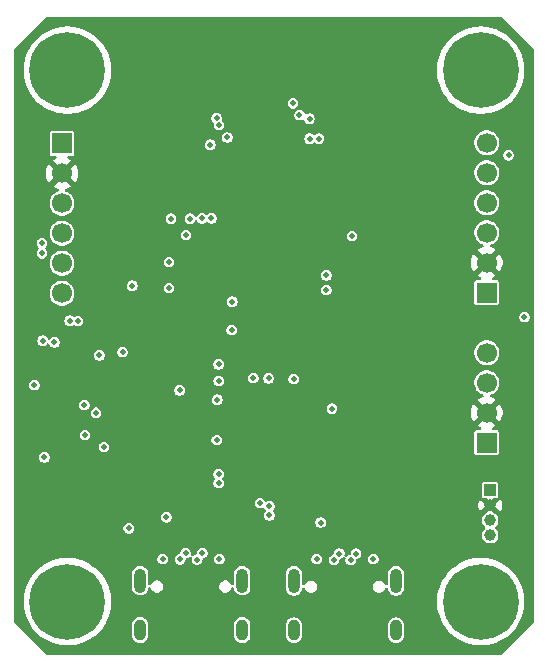
<source format=gbr>
%TF.GenerationSoftware,KiCad,Pcbnew,9.0.5-9.0.5~ubuntu24.04.1*%
%TF.CreationDate,2025-10-15T00:30:22+05:00*%
%TF.ProjectId,AH4,4148342e-6b69-4636-9164-5f7063625858,rev?*%
%TF.SameCoordinates,Original*%
%TF.FileFunction,Copper,L2,Inr*%
%TF.FilePolarity,Positive*%
%FSLAX46Y46*%
G04 Gerber Fmt 4.6, Leading zero omitted, Abs format (unit mm)*
G04 Created by KiCad (PCBNEW 9.0.5-9.0.5~ubuntu24.04.1) date 2025-10-15 00:30:22*
%MOMM*%
%LPD*%
G01*
G04 APERTURE LIST*
%TA.AperFunction,ComponentPad*%
%ADD10R,1.000000X1.000000*%
%TD*%
%TA.AperFunction,ComponentPad*%
%ADD11C,1.000000*%
%TD*%
%TA.AperFunction,HeatsinkPad*%
%ADD12O,1.000000X2.100000*%
%TD*%
%TA.AperFunction,HeatsinkPad*%
%ADD13O,1.000000X1.800000*%
%TD*%
%TA.AperFunction,ComponentPad*%
%ADD14C,0.800000*%
%TD*%
%TA.AperFunction,ComponentPad*%
%ADD15C,6.400000*%
%TD*%
%TA.AperFunction,ComponentPad*%
%ADD16R,1.700000X1.700000*%
%TD*%
%TA.AperFunction,ComponentPad*%
%ADD17C,1.700000*%
%TD*%
%TA.AperFunction,ViaPad*%
%ADD18C,0.500000*%
%TD*%
%TA.AperFunction,Conductor*%
%ADD19C,0.200000*%
%TD*%
G04 APERTURE END LIST*
D10*
%TO.N,VDD*%
%TO.C,J6*%
X229800000Y-105560000D03*
D11*
%TO.N,GND*%
X229800000Y-106830000D03*
%TO.N,/SWD*%
X229800000Y-108100000D03*
%TO.N,/SWC*%
X229800000Y-109370000D03*
%TD*%
D12*
%TO.N,unconnected-(J2-SHIELD-PadS1)_2*%
%TO.C,J2*%
X213180000Y-113235000D03*
D13*
%TO.N,unconnected-(J2-SHIELD-PadS1)_1*%
X213180000Y-117415000D03*
D12*
%TO.N,unconnected-(J2-SHIELD-PadS1)*%
X221820000Y-113235000D03*
D13*
%TO.N,unconnected-(J2-SHIELD-PadS1)_3*%
X221820000Y-117415000D03*
%TD*%
D12*
%TO.N,unconnected-(J1-SHIELD-PadS1)*%
%TO.C,J1*%
X200160000Y-113220000D03*
D13*
%TO.N,unconnected-(J1-SHIELD-PadS1)_2*%
X200160000Y-117400000D03*
D12*
%TO.N,unconnected-(J1-SHIELD-PadS1)_1*%
X208800000Y-113220000D03*
D13*
%TO.N,unconnected-(J1-SHIELD-PadS1)_3*%
X208800000Y-117400000D03*
%TD*%
D14*
%TO.N,N/C*%
%TO.C,H3*%
X191600000Y-115000000D03*
X192302944Y-113302944D03*
X192302944Y-116697056D03*
X194000000Y-112600000D03*
D15*
X194000000Y-115000000D03*
D14*
X194000000Y-117400000D03*
X195697056Y-113302944D03*
X195697056Y-116697056D03*
X196400000Y-115000000D03*
%TD*%
D16*
%TO.N,VDD*%
%TO.C,J5*%
X193548000Y-76200000D03*
D17*
%TO.N,GND*%
X193548000Y-78740000D03*
%TO.N,/AP_SCK*%
X193548000Y-81280000D03*
%TO.N,/AP_MOSI*%
X193548000Y-83820000D03*
%TO.N,/AP_MISO*%
X193548000Y-86360000D03*
%TO.N,/~{AP_CS}*%
X193548000Y-88900000D03*
%TD*%
D14*
%TO.N,N/C*%
%TO.C,H1*%
X191600000Y-70000000D03*
X192302944Y-68302944D03*
X192302944Y-71697056D03*
X194000000Y-67600000D03*
D15*
X194000000Y-70000000D03*
D14*
X194000000Y-72400000D03*
X195697056Y-68302944D03*
X195697056Y-71697056D03*
X196400000Y-70000000D03*
%TD*%
D16*
%TO.N,VDD*%
%TO.C,J4*%
X229500000Y-88840000D03*
D17*
%TO.N,GND*%
X229500000Y-86300000D03*
%TO.N,/AUX1_MOSI*%
X229500000Y-83760000D03*
%TO.N,/AUX1_MISO*%
X229500000Y-81220000D03*
%TO.N,/AUX1_SCK*%
X229500000Y-78680000D03*
%TO.N,/~{AUX1_CS}*%
X229500000Y-76140000D03*
%TD*%
D14*
%TO.N,N/C*%
%TO.C,H2*%
X226600000Y-70000000D03*
X227302944Y-68302944D03*
X227302944Y-71697056D03*
X229000000Y-67600000D03*
D15*
X229000000Y-70000000D03*
D14*
X229000000Y-72400000D03*
X230697056Y-68302944D03*
X230697056Y-71697056D03*
X231400000Y-70000000D03*
%TD*%
%TO.N,N/C*%
%TO.C,H4*%
X226600000Y-115000000D03*
X227302944Y-113302944D03*
X227302944Y-116697056D03*
X229000000Y-112600000D03*
D15*
X229000000Y-115000000D03*
D14*
X229000000Y-117400000D03*
X230697056Y-113302944D03*
X230697056Y-116697056D03*
X231400000Y-115000000D03*
%TD*%
D16*
%TO.N,VDD*%
%TO.C,J3*%
X229500000Y-101540000D03*
D17*
%TO.N,GND*%
X229500000Y-99000000D03*
%TO.N,/AUX1_SCK*%
X229500000Y-96460000D03*
%TO.N,/AUX1_MOSI*%
X229500000Y-93920000D03*
%TD*%
D18*
%TO.N,GND*%
X232500000Y-109000000D03*
X232500000Y-111000000D03*
X209740000Y-97010000D03*
X207800000Y-107900000D03*
X201454019Y-66486980D03*
X190500000Y-107500000D03*
X192025000Y-100000000D03*
X220100000Y-90600000D03*
X207600000Y-72250000D03*
X225463137Y-66493346D03*
X209463137Y-66493346D03*
X205900000Y-105250000D03*
X200400000Y-97700000D03*
X205448515Y-66486980D03*
X211500000Y-113225000D03*
X203150000Y-105250000D03*
X206800000Y-95600003D03*
X209900000Y-101000000D03*
X209520000Y-106520000D03*
X213400000Y-107000000D03*
X232350000Y-73850000D03*
X210250000Y-90600000D03*
X197900000Y-88900000D03*
X215000000Y-104000000D03*
X219725000Y-96225000D03*
X215250000Y-93600000D03*
X197651000Y-90300000D03*
X220400000Y-110600000D03*
X213400000Y-107800000D03*
X207000000Y-107900000D03*
X232479439Y-104974995D03*
X200400000Y-95600000D03*
X231700000Y-90900000D03*
X201775000Y-104875000D03*
X202600000Y-87400000D03*
X213458578Y-66477863D03*
X221463052Y-66477863D03*
X219475000Y-108300000D03*
X190500000Y-98500000D03*
X215000000Y-105900000D03*
X219150000Y-103750000D03*
X197500000Y-118500000D03*
X220100000Y-87050000D03*
X232479439Y-106981532D03*
X208300000Y-111600000D03*
X225500000Y-118500000D03*
X190500000Y-74000000D03*
X206100000Y-115000000D03*
X204600000Y-89900000D03*
X210475000Y-117800000D03*
X212500000Y-76700000D03*
X206800000Y-99400000D03*
X196900000Y-96650000D03*
X193250000Y-91550000D03*
X197463137Y-66493346D03*
X190500000Y-101500000D03*
X220100000Y-88800000D03*
X213700000Y-111400000D03*
X205930000Y-84870000D03*
X217453073Y-66477863D03*
X208960000Y-85310000D03*
X216700000Y-115000000D03*
X190500000Y-111000000D03*
X190300000Y-90800000D03*
X215250000Y-92100000D03*
X190500000Y-104500000D03*
X200800000Y-110800000D03*
X200700000Y-111600000D03*
%TO.N,/NRST*%
X206650000Y-101300000D03*
X206700000Y-97900000D03*
X216400000Y-98650000D03*
%TO.N,/SWD*%
X195500000Y-100900000D03*
%TO.N,Net-(U6-EN)*%
X206875000Y-111400000D03*
X215100000Y-111400000D03*
X219900000Y-111400000D03*
X202075000Y-111400000D03*
%TO.N,VDD*%
X194900000Y-91251000D03*
X218100000Y-84050000D03*
X211100000Y-107700000D03*
X202600000Y-88450000D03*
X215450000Y-108300000D03*
X206627866Y-74039132D03*
X207900000Y-92000000D03*
X213100000Y-72800000D03*
X192050000Y-102775000D03*
X211100000Y-106900000D03*
X213150000Y-96150000D03*
X209750000Y-96060000D03*
X207960000Y-89600000D03*
X210300000Y-106650000D03*
X202375000Y-107850000D03*
X199200000Y-108800000D03*
%TO.N,/SWC*%
X197100000Y-101900000D03*
%TO.N,/FSYNC*%
X199500000Y-88250000D03*
X202600000Y-86250000D03*
X206850000Y-74650000D03*
X204050000Y-83950000D03*
%TO.N,/I2CM_LED*%
X203500000Y-97100000D03*
X232700000Y-90900000D03*
%TO.N,/OIS_LED*%
X206800000Y-96300006D03*
X231350000Y-77200000D03*
%TO.N,/AP_LED*%
X191847000Y-85500000D03*
X194200000Y-91200000D03*
%TO.N,/AUX1_SCK*%
X205400000Y-82550000D03*
X214500000Y-74100000D03*
%TO.N,/AUX1_MOSI*%
X214500000Y-75800000D03*
X206200000Y-82550000D03*
%TO.N,/AUX1_MISO*%
X206100000Y-76300000D03*
X202775000Y-82575000D03*
%TO.N,/~{AUX1_CS}*%
X207550000Y-75700000D03*
X204375000Y-82575000D03*
%TO.N,/AP_SCK*%
X191900000Y-92900000D03*
X215925000Y-88625000D03*
%TO.N,/~{AP_CS}*%
X191850000Y-84650000D03*
X192897000Y-93050000D03*
%TO.N,/AP_MOSI*%
X215925000Y-87375000D03*
X196700000Y-94150000D03*
X191200000Y-96650000D03*
%TO.N,/RXD*%
X196430000Y-99010000D03*
X206800000Y-104200000D03*
%TO.N,/TXD*%
X195440000Y-98350000D03*
X206800000Y-104950000D03*
%TO.N,/INT1*%
X213650000Y-73800000D03*
X215300000Y-75800000D03*
%TO.N,/D1+*%
X205425000Y-110900000D03*
X204004065Y-110892933D03*
%TO.N,/D1-*%
X204970935Y-111432067D03*
X203550000Y-111425000D03*
%TO.N,/D2-*%
X216570000Y-111455000D03*
X217990935Y-111462067D03*
%TO.N,/D2+*%
X217024065Y-110922933D03*
X218445000Y-110930000D03*
%TO.N,/BOOT1*%
X198670000Y-93870000D03*
X211030000Y-96100000D03*
X206800000Y-94900000D03*
%TD*%
D19*
%TO.N,GND*%
X204600000Y-89900000D02*
X205930000Y-88570000D01*
X206800000Y-95600003D02*
X206949997Y-95600003D01*
X209075000Y-110800000D02*
X211500000Y-113225000D01*
X215000000Y-104000000D02*
X212040000Y-104000000D01*
X219475000Y-108300000D02*
X219125000Y-107950000D01*
X226725000Y-96225000D02*
X219725000Y-96225000D01*
X204200000Y-90300000D02*
X204600000Y-89900000D01*
X229500000Y-99000000D02*
X226725000Y-96225000D01*
X231700000Y-96800000D02*
X231700000Y-90900000D01*
X191251000Y-91751000D02*
X190300000Y-90800000D01*
X212040000Y-104000000D02*
X209520000Y-106520000D01*
X193548000Y-78740000D02*
X190300000Y-81988000D01*
X232200000Y-83600000D02*
X229500000Y-86300000D01*
X193451000Y-91751000D02*
X196200000Y-91751000D01*
X218950000Y-107950000D02*
X215000000Y-104000000D01*
X205930000Y-84870000D02*
X206370000Y-85310000D01*
X209520000Y-102120000D02*
X206800000Y-99400000D01*
X193250000Y-91550000D02*
X193451000Y-91751000D01*
X209740000Y-97010000D02*
X207640000Y-94910000D01*
X206949997Y-95600003D02*
X207640000Y-94910000D01*
X229500000Y-99000000D02*
X231700000Y-96800000D01*
X190300000Y-81988000D02*
X190300000Y-90800000D01*
X205930000Y-88570000D02*
X205930000Y-84870000D01*
X229500000Y-86300000D02*
X231700000Y-88500000D01*
X231700000Y-88500000D02*
X231700000Y-90900000D01*
X219125000Y-107950000D02*
X218950000Y-107950000D01*
X193049000Y-91751000D02*
X191251000Y-91751000D01*
X196200000Y-91751000D02*
X197651000Y-90300000D01*
X207350000Y-99400000D02*
X209740000Y-97010000D01*
X215000000Y-104000000D02*
X215000000Y-105900000D01*
X207640000Y-94910000D02*
X204600000Y-91870000D01*
X206800000Y-99400000D02*
X207350000Y-99400000D01*
X193250000Y-91550000D02*
X193049000Y-91751000D01*
X197651000Y-90300000D02*
X204200000Y-90300000D01*
X209520000Y-106520000D02*
X209520000Y-102120000D01*
X204600000Y-91870000D02*
X204600000Y-89900000D01*
X232200000Y-73800000D02*
X232200000Y-83600000D01*
X206370000Y-85310000D02*
X208960000Y-85310000D01*
%TD*%
%TA.AperFunction,Conductor*%
%TO.N,GND*%
G36*
X230808363Y-65520185D02*
G01*
X230829005Y-65536819D01*
X233463181Y-68170995D01*
X233496666Y-68232318D01*
X233499500Y-68258676D01*
X233499500Y-116741324D01*
X233479815Y-116808363D01*
X233463181Y-116829005D01*
X230829005Y-119463181D01*
X230767682Y-119496666D01*
X230741324Y-119499500D01*
X192258676Y-119499500D01*
X192191637Y-119479815D01*
X192170995Y-119463181D01*
X189536819Y-116829005D01*
X189503334Y-116767682D01*
X189500500Y-116741324D01*
X189500500Y-114818209D01*
X190299500Y-114818209D01*
X190299500Y-115181790D01*
X190335137Y-115543630D01*
X190406064Y-115900212D01*
X190406067Y-115900223D01*
X190511614Y-116248165D01*
X190650754Y-116584078D01*
X190650756Y-116584083D01*
X190822140Y-116904720D01*
X190822151Y-116904738D01*
X191024140Y-117207035D01*
X191024150Y-117207049D01*
X191254807Y-117488106D01*
X191511893Y-117745192D01*
X191511898Y-117745196D01*
X191511899Y-117745197D01*
X191792956Y-117975854D01*
X192095268Y-118177853D01*
X192095277Y-118177858D01*
X192095279Y-118177859D01*
X192415916Y-118349243D01*
X192415918Y-118349243D01*
X192415924Y-118349247D01*
X192751836Y-118488386D01*
X193099767Y-118593930D01*
X193099773Y-118593931D01*
X193099776Y-118593932D01*
X193099787Y-118593935D01*
X193456369Y-118664862D01*
X193818206Y-118700500D01*
X193818209Y-118700500D01*
X194181791Y-118700500D01*
X194181794Y-118700500D01*
X194543631Y-118664862D01*
X194613045Y-118651054D01*
X194900212Y-118593935D01*
X194900223Y-118593932D01*
X194900223Y-118593931D01*
X194900233Y-118593930D01*
X195248164Y-118488386D01*
X195584076Y-118349247D01*
X195904732Y-118177853D01*
X196207044Y-117975854D01*
X196337252Y-117868995D01*
X199459499Y-117868995D01*
X199486418Y-118004322D01*
X199486421Y-118004332D01*
X199539221Y-118131804D01*
X199539228Y-118131817D01*
X199615885Y-118246541D01*
X199615888Y-118246545D01*
X199713454Y-118344111D01*
X199713458Y-118344114D01*
X199828182Y-118420771D01*
X199828195Y-118420778D01*
X199955667Y-118473578D01*
X199955672Y-118473580D01*
X199955676Y-118473580D01*
X199955677Y-118473581D01*
X200091004Y-118500500D01*
X200091007Y-118500500D01*
X200228995Y-118500500D01*
X200320041Y-118482389D01*
X200364328Y-118473580D01*
X200491811Y-118420775D01*
X200606542Y-118344114D01*
X200704114Y-118246542D01*
X200780775Y-118131811D01*
X200833580Y-118004328D01*
X200857516Y-117883995D01*
X200860500Y-117868995D01*
X208099499Y-117868995D01*
X208126418Y-118004322D01*
X208126421Y-118004332D01*
X208179221Y-118131804D01*
X208179228Y-118131817D01*
X208255885Y-118246541D01*
X208255888Y-118246545D01*
X208353454Y-118344111D01*
X208353458Y-118344114D01*
X208468182Y-118420771D01*
X208468195Y-118420778D01*
X208595667Y-118473578D01*
X208595672Y-118473580D01*
X208595676Y-118473580D01*
X208595677Y-118473581D01*
X208731004Y-118500500D01*
X208731007Y-118500500D01*
X208868995Y-118500500D01*
X208960041Y-118482389D01*
X209004328Y-118473580D01*
X209131811Y-118420775D01*
X209246542Y-118344114D01*
X209344114Y-118246542D01*
X209420775Y-118131811D01*
X209473580Y-118004328D01*
X209497516Y-117883995D01*
X212479499Y-117883995D01*
X212506418Y-118019322D01*
X212506421Y-118019332D01*
X212559221Y-118146804D01*
X212559228Y-118146817D01*
X212635885Y-118261541D01*
X212635888Y-118261545D01*
X212733454Y-118359111D01*
X212733458Y-118359114D01*
X212848182Y-118435771D01*
X212848195Y-118435778D01*
X212975667Y-118488578D01*
X212975672Y-118488580D01*
X212975676Y-118488580D01*
X212975677Y-118488581D01*
X213111004Y-118515500D01*
X213111007Y-118515500D01*
X213248995Y-118515500D01*
X213340041Y-118497389D01*
X213384328Y-118488580D01*
X213511811Y-118435775D01*
X213626542Y-118359114D01*
X213724114Y-118261542D01*
X213800775Y-118146811D01*
X213853580Y-118019328D01*
X213880500Y-117883995D01*
X221119499Y-117883995D01*
X221146418Y-118019322D01*
X221146421Y-118019332D01*
X221199221Y-118146804D01*
X221199228Y-118146817D01*
X221275885Y-118261541D01*
X221275888Y-118261545D01*
X221373454Y-118359111D01*
X221373458Y-118359114D01*
X221488182Y-118435771D01*
X221488195Y-118435778D01*
X221615667Y-118488578D01*
X221615672Y-118488580D01*
X221615676Y-118488580D01*
X221615677Y-118488581D01*
X221751004Y-118515500D01*
X221751007Y-118515500D01*
X221888995Y-118515500D01*
X221980041Y-118497389D01*
X222024328Y-118488580D01*
X222151811Y-118435775D01*
X222266542Y-118359114D01*
X222364114Y-118261542D01*
X222440775Y-118146811D01*
X222493580Y-118019328D01*
X222520500Y-117883993D01*
X222520500Y-116946007D01*
X222520500Y-116946004D01*
X222493581Y-116810677D01*
X222493580Y-116810676D01*
X222493580Y-116810672D01*
X222475773Y-116767682D01*
X222440778Y-116683195D01*
X222440771Y-116683182D01*
X222364114Y-116568458D01*
X222364111Y-116568454D01*
X222266545Y-116470888D01*
X222266541Y-116470885D01*
X222151817Y-116394228D01*
X222151804Y-116394221D01*
X222024332Y-116341421D01*
X222024322Y-116341418D01*
X221888995Y-116314500D01*
X221888993Y-116314500D01*
X221751007Y-116314500D01*
X221751005Y-116314500D01*
X221615677Y-116341418D01*
X221615667Y-116341421D01*
X221488195Y-116394221D01*
X221488182Y-116394228D01*
X221373458Y-116470885D01*
X221373454Y-116470888D01*
X221275888Y-116568454D01*
X221275885Y-116568458D01*
X221199228Y-116683182D01*
X221199221Y-116683195D01*
X221146421Y-116810667D01*
X221146418Y-116810677D01*
X221119500Y-116946004D01*
X221119500Y-116946007D01*
X221119500Y-117883993D01*
X221119500Y-117883995D01*
X221119499Y-117883995D01*
X213880500Y-117883995D01*
X213880500Y-117883993D01*
X213880500Y-116946007D01*
X213880500Y-116946004D01*
X213853581Y-116810677D01*
X213853580Y-116810676D01*
X213853580Y-116810672D01*
X213835773Y-116767682D01*
X213800778Y-116683195D01*
X213800771Y-116683182D01*
X213724114Y-116568458D01*
X213724111Y-116568454D01*
X213626545Y-116470888D01*
X213626541Y-116470885D01*
X213511817Y-116394228D01*
X213511804Y-116394221D01*
X213384332Y-116341421D01*
X213384322Y-116341418D01*
X213248995Y-116314500D01*
X213248993Y-116314500D01*
X213111007Y-116314500D01*
X213111005Y-116314500D01*
X212975677Y-116341418D01*
X212975667Y-116341421D01*
X212848195Y-116394221D01*
X212848182Y-116394228D01*
X212733458Y-116470885D01*
X212733454Y-116470888D01*
X212635888Y-116568454D01*
X212635885Y-116568458D01*
X212559228Y-116683182D01*
X212559221Y-116683195D01*
X212506421Y-116810667D01*
X212506418Y-116810677D01*
X212479500Y-116946004D01*
X212479500Y-116946007D01*
X212479500Y-117883993D01*
X212479500Y-117883995D01*
X212479499Y-117883995D01*
X209497516Y-117883995D01*
X209500500Y-117868995D01*
X209500500Y-116931004D01*
X209473581Y-116795677D01*
X209473580Y-116795676D01*
X209473580Y-116795672D01*
X209461986Y-116767682D01*
X209420778Y-116668195D01*
X209420771Y-116668182D01*
X209344114Y-116553458D01*
X209344111Y-116553454D01*
X209246545Y-116455888D01*
X209246541Y-116455885D01*
X209131817Y-116379228D01*
X209131804Y-116379221D01*
X209004332Y-116326421D01*
X209004322Y-116326418D01*
X208868995Y-116299500D01*
X208868993Y-116299500D01*
X208731007Y-116299500D01*
X208731005Y-116299500D01*
X208595677Y-116326418D01*
X208595667Y-116326421D01*
X208468195Y-116379221D01*
X208468182Y-116379228D01*
X208353458Y-116455885D01*
X208353454Y-116455888D01*
X208255888Y-116553454D01*
X208255885Y-116553458D01*
X208179228Y-116668182D01*
X208179221Y-116668195D01*
X208126421Y-116795667D01*
X208126418Y-116795677D01*
X208099500Y-116931004D01*
X208099500Y-116931007D01*
X208099500Y-117868993D01*
X208099500Y-117868995D01*
X208099499Y-117868995D01*
X200860500Y-117868995D01*
X200860500Y-116931004D01*
X200833581Y-116795677D01*
X200833580Y-116795676D01*
X200833580Y-116795672D01*
X200821986Y-116767682D01*
X200780778Y-116668195D01*
X200780771Y-116668182D01*
X200704114Y-116553458D01*
X200704111Y-116553454D01*
X200606545Y-116455888D01*
X200606541Y-116455885D01*
X200491817Y-116379228D01*
X200491804Y-116379221D01*
X200364332Y-116326421D01*
X200364322Y-116326418D01*
X200228995Y-116299500D01*
X200228993Y-116299500D01*
X200091007Y-116299500D01*
X200091005Y-116299500D01*
X199955677Y-116326418D01*
X199955667Y-116326421D01*
X199828195Y-116379221D01*
X199828182Y-116379228D01*
X199713458Y-116455885D01*
X199713454Y-116455888D01*
X199615888Y-116553454D01*
X199615885Y-116553458D01*
X199539228Y-116668182D01*
X199539221Y-116668195D01*
X199486421Y-116795667D01*
X199486418Y-116795677D01*
X199459500Y-116931004D01*
X199459500Y-116931007D01*
X199459500Y-117868993D01*
X199459500Y-117868995D01*
X199459499Y-117868995D01*
X196337252Y-117868995D01*
X196488101Y-117745197D01*
X196745197Y-117488101D01*
X196975854Y-117207044D01*
X197177853Y-116904732D01*
X197228127Y-116810677D01*
X197296274Y-116683182D01*
X197349247Y-116584076D01*
X197488386Y-116248164D01*
X197593930Y-115900233D01*
X197593932Y-115900223D01*
X197593935Y-115900212D01*
X197664862Y-115543630D01*
X197700500Y-115181790D01*
X197700500Y-114818209D01*
X225299500Y-114818209D01*
X225299500Y-115181790D01*
X225335137Y-115543630D01*
X225406064Y-115900212D01*
X225406067Y-115900223D01*
X225511614Y-116248165D01*
X225650754Y-116584078D01*
X225650756Y-116584083D01*
X225822140Y-116904720D01*
X225822151Y-116904738D01*
X226024140Y-117207035D01*
X226024150Y-117207049D01*
X226254807Y-117488106D01*
X226511893Y-117745192D01*
X226511898Y-117745196D01*
X226511899Y-117745197D01*
X226792956Y-117975854D01*
X227095268Y-118177853D01*
X227095277Y-118177858D01*
X227095279Y-118177859D01*
X227415916Y-118349243D01*
X227415918Y-118349243D01*
X227415924Y-118349247D01*
X227751836Y-118488386D01*
X228099767Y-118593930D01*
X228099773Y-118593931D01*
X228099776Y-118593932D01*
X228099787Y-118593935D01*
X228456369Y-118664862D01*
X228818206Y-118700500D01*
X228818209Y-118700500D01*
X229181791Y-118700500D01*
X229181794Y-118700500D01*
X229543631Y-118664862D01*
X229613045Y-118651054D01*
X229900212Y-118593935D01*
X229900223Y-118593932D01*
X229900223Y-118593931D01*
X229900233Y-118593930D01*
X230248164Y-118488386D01*
X230584076Y-118349247D01*
X230904732Y-118177853D01*
X231207044Y-117975854D01*
X231488101Y-117745197D01*
X231745197Y-117488101D01*
X231975854Y-117207044D01*
X232177853Y-116904732D01*
X232349247Y-116584076D01*
X232488386Y-116248164D01*
X232593930Y-115900233D01*
X232593932Y-115900223D01*
X232593935Y-115900212D01*
X232664862Y-115543630D01*
X232700500Y-115181790D01*
X232700500Y-114818209D01*
X232664862Y-114456369D01*
X232593935Y-114099787D01*
X232593932Y-114099776D01*
X232593931Y-114099773D01*
X232593930Y-114099767D01*
X232488386Y-113751836D01*
X232349247Y-113415924D01*
X232341283Y-113401025D01*
X232177859Y-113095279D01*
X232177858Y-113095277D01*
X232177853Y-113095268D01*
X231975854Y-112792956D01*
X231745197Y-112511899D01*
X231745196Y-112511898D01*
X231745192Y-112511893D01*
X231488106Y-112254807D01*
X231207049Y-112024150D01*
X231207048Y-112024149D01*
X231207044Y-112024146D01*
X230983528Y-111874797D01*
X230904738Y-111822151D01*
X230904737Y-111822150D01*
X230904732Y-111822147D01*
X230904727Y-111822144D01*
X230904720Y-111822140D01*
X230584083Y-111650756D01*
X230584078Y-111650754D01*
X230548345Y-111635953D01*
X230398505Y-111573887D01*
X230248165Y-111511614D01*
X229900223Y-111406067D01*
X229900212Y-111406064D01*
X229543630Y-111335137D01*
X229271111Y-111308296D01*
X229181794Y-111299500D01*
X228818206Y-111299500D01*
X228735679Y-111307628D01*
X228456369Y-111335137D01*
X228099787Y-111406064D01*
X228099776Y-111406067D01*
X227751834Y-111511614D01*
X227415921Y-111650754D01*
X227415916Y-111650756D01*
X227095279Y-111822140D01*
X227095261Y-111822151D01*
X226792964Y-112024140D01*
X226792950Y-112024150D01*
X226511893Y-112254807D01*
X226254807Y-112511893D01*
X226024150Y-112792950D01*
X226024140Y-112792964D01*
X225822151Y-113095261D01*
X225822140Y-113095279D01*
X225650756Y-113415916D01*
X225650754Y-113415921D01*
X225511614Y-113751834D01*
X225406067Y-114099776D01*
X225406064Y-114099787D01*
X225335137Y-114456369D01*
X225299500Y-114818209D01*
X197700500Y-114818209D01*
X197664862Y-114456369D01*
X197593935Y-114099787D01*
X197593932Y-114099776D01*
X197593931Y-114099773D01*
X197593930Y-114099767D01*
X197514825Y-113838995D01*
X199459499Y-113838995D01*
X199486418Y-113974322D01*
X199486421Y-113974332D01*
X199539221Y-114101804D01*
X199539228Y-114101817D01*
X199615885Y-114216541D01*
X199615888Y-114216545D01*
X199713454Y-114314111D01*
X199713458Y-114314114D01*
X199828182Y-114390771D01*
X199828195Y-114390778D01*
X199955667Y-114443578D01*
X199955672Y-114443580D01*
X199955676Y-114443580D01*
X199955677Y-114443581D01*
X200091004Y-114470500D01*
X200091007Y-114470500D01*
X200228995Y-114470500D01*
X200320041Y-114452389D01*
X200364328Y-114443580D01*
X200491811Y-114390775D01*
X200606542Y-114314114D01*
X200704114Y-114216542D01*
X200780775Y-114101811D01*
X200833580Y-113974328D01*
X200851999Y-113881725D01*
X200884383Y-113819817D01*
X200945098Y-113785243D01*
X201014868Y-113788982D01*
X201071540Y-113829848D01*
X201093390Y-113873824D01*
X201105901Y-113920515D01*
X201105906Y-113920526D01*
X201174291Y-114038974D01*
X201174295Y-114038979D01*
X201174296Y-114038981D01*
X201271019Y-114135704D01*
X201271021Y-114135705D01*
X201271025Y-114135708D01*
X201389473Y-114204093D01*
X201389480Y-114204097D01*
X201521606Y-114239500D01*
X201521608Y-114239500D01*
X201658392Y-114239500D01*
X201658394Y-114239500D01*
X201790520Y-114204097D01*
X201908981Y-114135704D01*
X202005704Y-114038981D01*
X202074097Y-113920520D01*
X202109500Y-113788394D01*
X202109500Y-113651606D01*
X206850500Y-113651606D01*
X206850500Y-113788394D01*
X206873392Y-113873826D01*
X206885903Y-113920519D01*
X206885906Y-113920526D01*
X206954291Y-114038974D01*
X206954295Y-114038979D01*
X206954296Y-114038981D01*
X207051019Y-114135704D01*
X207051021Y-114135705D01*
X207051025Y-114135708D01*
X207169473Y-114204093D01*
X207169480Y-114204097D01*
X207301606Y-114239500D01*
X207301608Y-114239500D01*
X207438392Y-114239500D01*
X207438394Y-114239500D01*
X207570520Y-114204097D01*
X207688981Y-114135704D01*
X207785704Y-114038981D01*
X207854097Y-113920520D01*
X207866609Y-113873824D01*
X207902973Y-113814165D01*
X207965819Y-113783636D01*
X208035195Y-113791930D01*
X208089073Y-113836416D01*
X208108000Y-113881728D01*
X208126418Y-113974320D01*
X208126421Y-113974332D01*
X208179221Y-114101804D01*
X208179228Y-114101817D01*
X208255885Y-114216541D01*
X208255888Y-114216545D01*
X208353454Y-114314111D01*
X208353458Y-114314114D01*
X208468182Y-114390771D01*
X208468195Y-114390778D01*
X208595667Y-114443578D01*
X208595672Y-114443580D01*
X208595676Y-114443580D01*
X208595677Y-114443581D01*
X208731004Y-114470500D01*
X208731007Y-114470500D01*
X208868995Y-114470500D01*
X208960041Y-114452389D01*
X209004328Y-114443580D01*
X209131811Y-114390775D01*
X209246542Y-114314114D01*
X209344114Y-114216542D01*
X209420775Y-114101811D01*
X209473580Y-113974328D01*
X209491999Y-113881729D01*
X209497516Y-113853995D01*
X212479499Y-113853995D01*
X212506418Y-113989322D01*
X212506421Y-113989332D01*
X212559221Y-114116804D01*
X212559228Y-114116817D01*
X212635885Y-114231541D01*
X212635888Y-114231545D01*
X212733454Y-114329111D01*
X212733458Y-114329114D01*
X212848182Y-114405771D01*
X212848195Y-114405778D01*
X212939461Y-114443581D01*
X212975672Y-114458580D01*
X212975676Y-114458580D01*
X212975677Y-114458581D01*
X213111004Y-114485500D01*
X213111007Y-114485500D01*
X213248995Y-114485500D01*
X213340041Y-114467389D01*
X213384328Y-114458580D01*
X213511811Y-114405775D01*
X213626542Y-114329114D01*
X213724114Y-114231542D01*
X213800775Y-114116811D01*
X213853580Y-113989328D01*
X213871999Y-113896725D01*
X213904383Y-113834817D01*
X213965098Y-113800243D01*
X214034868Y-113803982D01*
X214091540Y-113844848D01*
X214113390Y-113888824D01*
X214125901Y-113935515D01*
X214125906Y-113935526D01*
X214194291Y-114053974D01*
X214194295Y-114053979D01*
X214194296Y-114053981D01*
X214291019Y-114150704D01*
X214291021Y-114150705D01*
X214291025Y-114150708D01*
X214405060Y-114216545D01*
X214409480Y-114219097D01*
X214541606Y-114254500D01*
X214541608Y-114254500D01*
X214678392Y-114254500D01*
X214678394Y-114254500D01*
X214810520Y-114219097D01*
X214928981Y-114150704D01*
X215025704Y-114053981D01*
X215094097Y-113935520D01*
X215129500Y-113803394D01*
X215129500Y-113666606D01*
X219870500Y-113666606D01*
X219870500Y-113803394D01*
X219901886Y-113920526D01*
X219905903Y-113935519D01*
X219905906Y-113935526D01*
X219974291Y-114053974D01*
X219974295Y-114053979D01*
X219974296Y-114053981D01*
X220071019Y-114150704D01*
X220071021Y-114150705D01*
X220071025Y-114150708D01*
X220185060Y-114216545D01*
X220189480Y-114219097D01*
X220321606Y-114254500D01*
X220321608Y-114254500D01*
X220458392Y-114254500D01*
X220458394Y-114254500D01*
X220590520Y-114219097D01*
X220708981Y-114150704D01*
X220805704Y-114053981D01*
X220874097Y-113935520D01*
X220886609Y-113888824D01*
X220922973Y-113829165D01*
X220985819Y-113798636D01*
X221055195Y-113806930D01*
X221109073Y-113851416D01*
X221128000Y-113896728D01*
X221146418Y-113989320D01*
X221146421Y-113989332D01*
X221199221Y-114116804D01*
X221199228Y-114116817D01*
X221275885Y-114231541D01*
X221275888Y-114231545D01*
X221373454Y-114329111D01*
X221373458Y-114329114D01*
X221488182Y-114405771D01*
X221488195Y-114405778D01*
X221579461Y-114443581D01*
X221615672Y-114458580D01*
X221615676Y-114458580D01*
X221615677Y-114458581D01*
X221751004Y-114485500D01*
X221751007Y-114485500D01*
X221888995Y-114485500D01*
X221980041Y-114467389D01*
X222024328Y-114458580D01*
X222151811Y-114405775D01*
X222266542Y-114329114D01*
X222364114Y-114231542D01*
X222440775Y-114116811D01*
X222493580Y-113989328D01*
X222511999Y-113896729D01*
X222520500Y-113853995D01*
X222520500Y-112616004D01*
X222493581Y-112480677D01*
X222493580Y-112480676D01*
X222493580Y-112480672D01*
X222487365Y-112465667D01*
X222440778Y-112353195D01*
X222440771Y-112353182D01*
X222364114Y-112238458D01*
X222364111Y-112238454D01*
X222266545Y-112140888D01*
X222266541Y-112140885D01*
X222151817Y-112064228D01*
X222151804Y-112064221D01*
X222024332Y-112011421D01*
X222024322Y-112011418D01*
X221888995Y-111984500D01*
X221888993Y-111984500D01*
X221751007Y-111984500D01*
X221751005Y-111984500D01*
X221615677Y-112011418D01*
X221615667Y-112011421D01*
X221488195Y-112064221D01*
X221488182Y-112064228D01*
X221373458Y-112140885D01*
X221373454Y-112140888D01*
X221275888Y-112238454D01*
X221275885Y-112238458D01*
X221199228Y-112353182D01*
X221199221Y-112353195D01*
X221146421Y-112480667D01*
X221146418Y-112480677D01*
X221119500Y-112616004D01*
X221119500Y-113508464D01*
X221099815Y-113575503D01*
X221047011Y-113621258D01*
X220977853Y-113631202D01*
X220914297Y-113602177D01*
X220876523Y-113543399D01*
X220875737Y-113540603D01*
X220874097Y-113534480D01*
X220859077Y-113508464D01*
X220805708Y-113416025D01*
X220805702Y-113416017D01*
X220708982Y-113319297D01*
X220708974Y-113319291D01*
X220590526Y-113250906D01*
X220590522Y-113250904D01*
X220590520Y-113250903D01*
X220458394Y-113215500D01*
X220321606Y-113215500D01*
X220189480Y-113250903D01*
X220189473Y-113250906D01*
X220071025Y-113319291D01*
X220071017Y-113319297D01*
X219974297Y-113416017D01*
X219974291Y-113416025D01*
X219905906Y-113534473D01*
X219905904Y-113534477D01*
X219905903Y-113534480D01*
X219870500Y-113666606D01*
X215129500Y-113666606D01*
X215094097Y-113534480D01*
X215079077Y-113508464D01*
X215025708Y-113416025D01*
X215025702Y-113416017D01*
X214928982Y-113319297D01*
X214928974Y-113319291D01*
X214810526Y-113250906D01*
X214810522Y-113250904D01*
X214810520Y-113250903D01*
X214678394Y-113215500D01*
X214541606Y-113215500D01*
X214409480Y-113250903D01*
X214409473Y-113250906D01*
X214291025Y-113319291D01*
X214291017Y-113319297D01*
X214194297Y-113416017D01*
X214194291Y-113416025D01*
X214125906Y-113534473D01*
X214125903Y-113534478D01*
X214125129Y-113537365D01*
X214124273Y-113540559D01*
X214087910Y-113600218D01*
X214025063Y-113630747D01*
X213955687Y-113622452D01*
X213901809Y-113577967D01*
X213880535Y-113511415D01*
X213880500Y-113508464D01*
X213880500Y-112616004D01*
X213853581Y-112480677D01*
X213853580Y-112480676D01*
X213853580Y-112480672D01*
X213847365Y-112465667D01*
X213800778Y-112353195D01*
X213800771Y-112353182D01*
X213724114Y-112238458D01*
X213724111Y-112238454D01*
X213626545Y-112140888D01*
X213626541Y-112140885D01*
X213511817Y-112064228D01*
X213511804Y-112064221D01*
X213384332Y-112011421D01*
X213384322Y-112011418D01*
X213248995Y-111984500D01*
X213248993Y-111984500D01*
X213111007Y-111984500D01*
X213111005Y-111984500D01*
X212975677Y-112011418D01*
X212975667Y-112011421D01*
X212848195Y-112064221D01*
X212848182Y-112064228D01*
X212733458Y-112140885D01*
X212733454Y-112140888D01*
X212635888Y-112238454D01*
X212635885Y-112238458D01*
X212559228Y-112353182D01*
X212559221Y-112353195D01*
X212506421Y-112480667D01*
X212506418Y-112480677D01*
X212479500Y-112616004D01*
X212479500Y-112616007D01*
X212479500Y-113853993D01*
X212479500Y-113853995D01*
X212479499Y-113853995D01*
X209497516Y-113853995D01*
X209500500Y-113838995D01*
X209500500Y-112601004D01*
X209473581Y-112465677D01*
X209473580Y-112465676D01*
X209473580Y-112465672D01*
X209426991Y-112353195D01*
X209420778Y-112338195D01*
X209420771Y-112338182D01*
X209344114Y-112223458D01*
X209344111Y-112223454D01*
X209246545Y-112125888D01*
X209246541Y-112125885D01*
X209131817Y-112049228D01*
X209131804Y-112049221D01*
X209004332Y-111996421D01*
X209004322Y-111996418D01*
X208868995Y-111969500D01*
X208868993Y-111969500D01*
X208731007Y-111969500D01*
X208731005Y-111969500D01*
X208595677Y-111996418D01*
X208595667Y-111996421D01*
X208468195Y-112049221D01*
X208468182Y-112049228D01*
X208353458Y-112125885D01*
X208353454Y-112125888D01*
X208255888Y-112223454D01*
X208255885Y-112223458D01*
X208179228Y-112338182D01*
X208179221Y-112338195D01*
X208126421Y-112465667D01*
X208126418Y-112465677D01*
X208099500Y-112601004D01*
X208099500Y-113493464D01*
X208079815Y-113560503D01*
X208027011Y-113606258D01*
X207957853Y-113616202D01*
X207894297Y-113587177D01*
X207856523Y-113528399D01*
X207855737Y-113525603D01*
X207854097Y-113519480D01*
X207794368Y-113416025D01*
X207785708Y-113401025D01*
X207785702Y-113401017D01*
X207688982Y-113304297D01*
X207688974Y-113304291D01*
X207570526Y-113235906D01*
X207570522Y-113235904D01*
X207570520Y-113235903D01*
X207438394Y-113200500D01*
X207301606Y-113200500D01*
X207169480Y-113235903D01*
X207169473Y-113235906D01*
X207051025Y-113304291D01*
X207051017Y-113304297D01*
X206954297Y-113401017D01*
X206954291Y-113401025D01*
X206885906Y-113519473D01*
X206885904Y-113519477D01*
X206885903Y-113519480D01*
X206850500Y-113651606D01*
X202109500Y-113651606D01*
X202074097Y-113519480D01*
X202014368Y-113416025D01*
X202005708Y-113401025D01*
X202005702Y-113401017D01*
X201908982Y-113304297D01*
X201908974Y-113304291D01*
X201790526Y-113235906D01*
X201790522Y-113235904D01*
X201790520Y-113235903D01*
X201658394Y-113200500D01*
X201521606Y-113200500D01*
X201389480Y-113235903D01*
X201389473Y-113235906D01*
X201271025Y-113304291D01*
X201271017Y-113304297D01*
X201174297Y-113401017D01*
X201174291Y-113401025D01*
X201105906Y-113519473D01*
X201105903Y-113519478D01*
X201105129Y-113522365D01*
X201104273Y-113525559D01*
X201067910Y-113585218D01*
X201005063Y-113615747D01*
X200935687Y-113607452D01*
X200881809Y-113562967D01*
X200860535Y-113496415D01*
X200860500Y-113493464D01*
X200860500Y-112601004D01*
X200833581Y-112465677D01*
X200833580Y-112465676D01*
X200833580Y-112465672D01*
X200786991Y-112353195D01*
X200780778Y-112338195D01*
X200780771Y-112338182D01*
X200704114Y-112223458D01*
X200704111Y-112223454D01*
X200606545Y-112125888D01*
X200606541Y-112125885D01*
X200491817Y-112049228D01*
X200491804Y-112049221D01*
X200364332Y-111996421D01*
X200364322Y-111996418D01*
X200228995Y-111969500D01*
X200228993Y-111969500D01*
X200091007Y-111969500D01*
X200091005Y-111969500D01*
X199955677Y-111996418D01*
X199955667Y-111996421D01*
X199828195Y-112049221D01*
X199828182Y-112049228D01*
X199713458Y-112125885D01*
X199713454Y-112125888D01*
X199615888Y-112223454D01*
X199615885Y-112223458D01*
X199539228Y-112338182D01*
X199539221Y-112338195D01*
X199486421Y-112465667D01*
X199486418Y-112465677D01*
X199459500Y-112601004D01*
X199459500Y-112601007D01*
X199459500Y-113838993D01*
X199459500Y-113838995D01*
X199459499Y-113838995D01*
X197514825Y-113838995D01*
X197488386Y-113751836D01*
X197349247Y-113415924D01*
X197341283Y-113401025D01*
X197177859Y-113095279D01*
X197177858Y-113095277D01*
X197177853Y-113095268D01*
X196975854Y-112792956D01*
X196745197Y-112511899D01*
X196745196Y-112511898D01*
X196745192Y-112511893D01*
X196488106Y-112254807D01*
X196207049Y-112024150D01*
X196207048Y-112024149D01*
X196207044Y-112024146D01*
X195983528Y-111874797D01*
X195904738Y-111822151D01*
X195904737Y-111822150D01*
X195904732Y-111822147D01*
X195904727Y-111822144D01*
X195904720Y-111822140D01*
X195584083Y-111650756D01*
X195584078Y-111650754D01*
X195548345Y-111635953D01*
X195398505Y-111573887D01*
X195248165Y-111511614D01*
X195173991Y-111489113D01*
X194900233Y-111406070D01*
X194900232Y-111406069D01*
X194900223Y-111406067D01*
X194900212Y-111406064D01*
X194571552Y-111340691D01*
X201624500Y-111340691D01*
X201624500Y-111459309D01*
X201655201Y-111573886D01*
X201714511Y-111676613D01*
X201798387Y-111760489D01*
X201901114Y-111819799D01*
X202015691Y-111850500D01*
X202015694Y-111850500D01*
X202134306Y-111850500D01*
X202134309Y-111850500D01*
X202248886Y-111819799D01*
X202351613Y-111760489D01*
X202435489Y-111676613D01*
X202494799Y-111573886D01*
X202525500Y-111459309D01*
X202525500Y-111365691D01*
X203099500Y-111365691D01*
X203099500Y-111484309D01*
X203130201Y-111598886D01*
X203189511Y-111701613D01*
X203273387Y-111785489D01*
X203376114Y-111844799D01*
X203490691Y-111875500D01*
X203490694Y-111875500D01*
X203609306Y-111875500D01*
X203609309Y-111875500D01*
X203723886Y-111844799D01*
X203826613Y-111785489D01*
X203910489Y-111701613D01*
X203969799Y-111598886D01*
X204000500Y-111484309D01*
X204000500Y-111455428D01*
X204020185Y-111388389D01*
X204072989Y-111342634D01*
X204092400Y-111335655D01*
X204177951Y-111312732D01*
X204280678Y-111253422D01*
X204324643Y-111209456D01*
X204385964Y-111175972D01*
X204455655Y-111180956D01*
X204511589Y-111222827D01*
X204536007Y-111288291D01*
X204532098Y-111329231D01*
X204530515Y-111335138D01*
X204520435Y-111372758D01*
X204520435Y-111491376D01*
X204551136Y-111605953D01*
X204610446Y-111708680D01*
X204694322Y-111792556D01*
X204797049Y-111851866D01*
X204911626Y-111882567D01*
X204911629Y-111882567D01*
X205030241Y-111882567D01*
X205030244Y-111882567D01*
X205144821Y-111851866D01*
X205247548Y-111792556D01*
X205331424Y-111708680D01*
X205390734Y-111605953D01*
X205421435Y-111491376D01*
X205421435Y-111462495D01*
X205441120Y-111395456D01*
X205493924Y-111349701D01*
X205513335Y-111342722D01*
X205520915Y-111340691D01*
X206424500Y-111340691D01*
X206424500Y-111459309D01*
X206455201Y-111573886D01*
X206514511Y-111676613D01*
X206598387Y-111760489D01*
X206701114Y-111819799D01*
X206815691Y-111850500D01*
X206815694Y-111850500D01*
X206934306Y-111850500D01*
X206934309Y-111850500D01*
X207048886Y-111819799D01*
X207151613Y-111760489D01*
X207235489Y-111676613D01*
X207294799Y-111573886D01*
X207325500Y-111459309D01*
X207325500Y-111340691D01*
X214649500Y-111340691D01*
X214649500Y-111459309D01*
X214680201Y-111573886D01*
X214739511Y-111676613D01*
X214823387Y-111760489D01*
X214926114Y-111819799D01*
X215040691Y-111850500D01*
X215040694Y-111850500D01*
X215159306Y-111850500D01*
X215159309Y-111850500D01*
X215273886Y-111819799D01*
X215376613Y-111760489D01*
X215460489Y-111676613D01*
X215519799Y-111573886D01*
X215550500Y-111459309D01*
X215550500Y-111395691D01*
X216119500Y-111395691D01*
X216119500Y-111514309D01*
X216150201Y-111628886D01*
X216209511Y-111731613D01*
X216293387Y-111815489D01*
X216396114Y-111874799D01*
X216510691Y-111905500D01*
X216510694Y-111905500D01*
X216629306Y-111905500D01*
X216629309Y-111905500D01*
X216743886Y-111874799D01*
X216846613Y-111815489D01*
X216930489Y-111731613D01*
X216989799Y-111628886D01*
X217020500Y-111514309D01*
X217020500Y-111485428D01*
X217040185Y-111418389D01*
X217092989Y-111372634D01*
X217112400Y-111365655D01*
X217197951Y-111342732D01*
X217300678Y-111283422D01*
X217344643Y-111239456D01*
X217405964Y-111205972D01*
X217475655Y-111210956D01*
X217531589Y-111252827D01*
X217556007Y-111318291D01*
X217552098Y-111359231D01*
X217548293Y-111373433D01*
X217540435Y-111402758D01*
X217540435Y-111521376D01*
X217571136Y-111635953D01*
X217630446Y-111738680D01*
X217714322Y-111822556D01*
X217817049Y-111881866D01*
X217931626Y-111912567D01*
X217931629Y-111912567D01*
X218050241Y-111912567D01*
X218050244Y-111912567D01*
X218164821Y-111881866D01*
X218267548Y-111822556D01*
X218351424Y-111738680D01*
X218410734Y-111635953D01*
X218441435Y-111521376D01*
X218441435Y-111492495D01*
X218461120Y-111425456D01*
X218513924Y-111379701D01*
X218533335Y-111372722D01*
X218618886Y-111349799D01*
X218634661Y-111340691D01*
X219449500Y-111340691D01*
X219449500Y-111459309D01*
X219480201Y-111573886D01*
X219539511Y-111676613D01*
X219623387Y-111760489D01*
X219726114Y-111819799D01*
X219840691Y-111850500D01*
X219840694Y-111850500D01*
X219959306Y-111850500D01*
X219959309Y-111850500D01*
X220073886Y-111819799D01*
X220176613Y-111760489D01*
X220260489Y-111676613D01*
X220319799Y-111573886D01*
X220350500Y-111459309D01*
X220350500Y-111340691D01*
X220319799Y-111226114D01*
X220260489Y-111123387D01*
X220176613Y-111039511D01*
X220073886Y-110980201D01*
X219959309Y-110949500D01*
X219840691Y-110949500D01*
X219726114Y-110980201D01*
X219726112Y-110980201D01*
X219726112Y-110980202D01*
X219623387Y-111039511D01*
X219623384Y-111039513D01*
X219539513Y-111123384D01*
X219539511Y-111123387D01*
X219488953Y-111210956D01*
X219480201Y-111226114D01*
X219449500Y-111340691D01*
X218634661Y-111340691D01*
X218721613Y-111290489D01*
X218805489Y-111206613D01*
X218864799Y-111103886D01*
X218895500Y-110989309D01*
X218895500Y-110870691D01*
X218864799Y-110756114D01*
X218805489Y-110653387D01*
X218721613Y-110569511D01*
X218618886Y-110510201D01*
X218504309Y-110479500D01*
X218385691Y-110479500D01*
X218271114Y-110510201D01*
X218271112Y-110510201D01*
X218271112Y-110510202D01*
X218168387Y-110569511D01*
X218168384Y-110569513D01*
X218084513Y-110653384D01*
X218084511Y-110653387D01*
X218025201Y-110756114D01*
X217994500Y-110870691D01*
X217994500Y-110870693D01*
X217994500Y-110899571D01*
X217974815Y-110966610D01*
X217922011Y-111012365D01*
X217902596Y-111019345D01*
X217817049Y-111042268D01*
X217817048Y-111042268D01*
X217817046Y-111042269D01*
X217714322Y-111101578D01*
X217714318Y-111101581D01*
X217670356Y-111145543D01*
X217609033Y-111179027D01*
X217539341Y-111174042D01*
X217483408Y-111132170D01*
X217458992Y-111066706D01*
X217462901Y-111025770D01*
X217474565Y-110982242D01*
X217474565Y-110863624D01*
X217443864Y-110749047D01*
X217384554Y-110646320D01*
X217300678Y-110562444D01*
X217197951Y-110503134D01*
X217083374Y-110472433D01*
X216964756Y-110472433D01*
X216850179Y-110503134D01*
X216850177Y-110503134D01*
X216850177Y-110503135D01*
X216747452Y-110562444D01*
X216747449Y-110562446D01*
X216663578Y-110646317D01*
X216663576Y-110646320D01*
X216604266Y-110749047D01*
X216573565Y-110863624D01*
X216573565Y-110863626D01*
X216573565Y-110892504D01*
X216553880Y-110959543D01*
X216501076Y-111005298D01*
X216481661Y-111012278D01*
X216396114Y-111035201D01*
X216396113Y-111035201D01*
X216396111Y-111035202D01*
X216293387Y-111094511D01*
X216293384Y-111094513D01*
X216209513Y-111178384D01*
X216209511Y-111178387D01*
X216162110Y-111260488D01*
X216150201Y-111281114D01*
X216119500Y-111395691D01*
X215550500Y-111395691D01*
X215550500Y-111340691D01*
X215519799Y-111226114D01*
X215460489Y-111123387D01*
X215376613Y-111039511D01*
X215273886Y-110980201D01*
X215159309Y-110949500D01*
X215040691Y-110949500D01*
X214926114Y-110980201D01*
X214926112Y-110980201D01*
X214926112Y-110980202D01*
X214823387Y-111039511D01*
X214823384Y-111039513D01*
X214739513Y-111123384D01*
X214739511Y-111123387D01*
X214688953Y-111210956D01*
X214680201Y-111226114D01*
X214649500Y-111340691D01*
X207325500Y-111340691D01*
X207294799Y-111226114D01*
X207235489Y-111123387D01*
X207151613Y-111039511D01*
X207048886Y-110980201D01*
X206934309Y-110949500D01*
X206815691Y-110949500D01*
X206701114Y-110980201D01*
X206701112Y-110980201D01*
X206701112Y-110980202D01*
X206598387Y-111039511D01*
X206598384Y-111039513D01*
X206514513Y-111123384D01*
X206514511Y-111123387D01*
X206463953Y-111210956D01*
X206455201Y-111226114D01*
X206424500Y-111340691D01*
X205520915Y-111340691D01*
X205598886Y-111319799D01*
X205701613Y-111260489D01*
X205785489Y-111176613D01*
X205844799Y-111073886D01*
X205875500Y-110959309D01*
X205875500Y-110840691D01*
X205844799Y-110726114D01*
X205785489Y-110623387D01*
X205701613Y-110539511D01*
X205598886Y-110480201D01*
X205484309Y-110449500D01*
X205365691Y-110449500D01*
X205251114Y-110480201D01*
X205251112Y-110480201D01*
X205251112Y-110480202D01*
X205148387Y-110539511D01*
X205148384Y-110539513D01*
X205064513Y-110623384D01*
X205064511Y-110623387D01*
X205051271Y-110646320D01*
X205005201Y-110726114D01*
X204974500Y-110840691D01*
X204974500Y-110840693D01*
X204974500Y-110869571D01*
X204954815Y-110936610D01*
X204902011Y-110982365D01*
X204882596Y-110989345D01*
X204797049Y-111012268D01*
X204797048Y-111012268D01*
X204797046Y-111012269D01*
X204694322Y-111071578D01*
X204694318Y-111071581D01*
X204650356Y-111115543D01*
X204589033Y-111149027D01*
X204519341Y-111144042D01*
X204463408Y-111102170D01*
X204438992Y-111036706D01*
X204442901Y-110995770D01*
X204454565Y-110952242D01*
X204454565Y-110833624D01*
X204423864Y-110719047D01*
X204364554Y-110616320D01*
X204280678Y-110532444D01*
X204177951Y-110473134D01*
X204063374Y-110442433D01*
X203944756Y-110442433D01*
X203830179Y-110473134D01*
X203830177Y-110473134D01*
X203830177Y-110473135D01*
X203727452Y-110532444D01*
X203727449Y-110532446D01*
X203643578Y-110616317D01*
X203643576Y-110616320D01*
X203584266Y-110719047D01*
X203553565Y-110833624D01*
X203553565Y-110833626D01*
X203553565Y-110862504D01*
X203533880Y-110929543D01*
X203481076Y-110975298D01*
X203461661Y-110982278D01*
X203376114Y-111005201D01*
X203376113Y-111005201D01*
X203376111Y-111005202D01*
X203273387Y-111064511D01*
X203273384Y-111064513D01*
X203189513Y-111148384D01*
X203189511Y-111148387D01*
X203133799Y-111244883D01*
X203130201Y-111251114D01*
X203099500Y-111365691D01*
X202525500Y-111365691D01*
X202525500Y-111340691D01*
X202494799Y-111226114D01*
X202435489Y-111123387D01*
X202351613Y-111039511D01*
X202248886Y-110980201D01*
X202134309Y-110949500D01*
X202015691Y-110949500D01*
X201901114Y-110980201D01*
X201901112Y-110980201D01*
X201901112Y-110980202D01*
X201798387Y-111039511D01*
X201798384Y-111039513D01*
X201714513Y-111123384D01*
X201714511Y-111123387D01*
X201663953Y-111210956D01*
X201655201Y-111226114D01*
X201624500Y-111340691D01*
X194571552Y-111340691D01*
X194543630Y-111335137D01*
X194271111Y-111308296D01*
X194181794Y-111299500D01*
X193818206Y-111299500D01*
X193735679Y-111307628D01*
X193456369Y-111335137D01*
X193099787Y-111406064D01*
X193099776Y-111406067D01*
X192751834Y-111511614D01*
X192415921Y-111650754D01*
X192415916Y-111650756D01*
X192095279Y-111822140D01*
X192095261Y-111822151D01*
X191792964Y-112024140D01*
X191792950Y-112024150D01*
X191511893Y-112254807D01*
X191254807Y-112511893D01*
X191024150Y-112792950D01*
X191024140Y-112792964D01*
X190822151Y-113095261D01*
X190822140Y-113095279D01*
X190650756Y-113415916D01*
X190650754Y-113415921D01*
X190511614Y-113751834D01*
X190406067Y-114099776D01*
X190406064Y-114099787D01*
X190335137Y-114456369D01*
X190299500Y-114818209D01*
X189500500Y-114818209D01*
X189500500Y-108740691D01*
X198749500Y-108740691D01*
X198749500Y-108859309D01*
X198780201Y-108973886D01*
X198839511Y-109076613D01*
X198923387Y-109160489D01*
X199026114Y-109219799D01*
X199140691Y-109250500D01*
X199140694Y-109250500D01*
X199259306Y-109250500D01*
X199259309Y-109250500D01*
X199373886Y-109219799D01*
X199476613Y-109160489D01*
X199560489Y-109076613D01*
X199619799Y-108973886D01*
X199650500Y-108859309D01*
X199650500Y-108740691D01*
X199619799Y-108626114D01*
X199560489Y-108523387D01*
X199476613Y-108439511D01*
X199373886Y-108380201D01*
X199259309Y-108349500D01*
X199140691Y-108349500D01*
X199026114Y-108380201D01*
X199026112Y-108380201D01*
X199026112Y-108380202D01*
X198923387Y-108439511D01*
X198923384Y-108439513D01*
X198839513Y-108523384D01*
X198839511Y-108523387D01*
X198808780Y-108576615D01*
X198780201Y-108626114D01*
X198749500Y-108740691D01*
X189500500Y-108740691D01*
X189500500Y-107790691D01*
X201924500Y-107790691D01*
X201924500Y-107909309D01*
X201955201Y-108023886D01*
X202014511Y-108126613D01*
X202098387Y-108210489D01*
X202201114Y-108269799D01*
X202315691Y-108300500D01*
X202315694Y-108300500D01*
X202434306Y-108300500D01*
X202434309Y-108300500D01*
X202548886Y-108269799D01*
X202599302Y-108240691D01*
X214999500Y-108240691D01*
X214999500Y-108359309D01*
X215030201Y-108473886D01*
X215089511Y-108576613D01*
X215173387Y-108660489D01*
X215276114Y-108719799D01*
X215390691Y-108750500D01*
X215390694Y-108750500D01*
X215509306Y-108750500D01*
X215509309Y-108750500D01*
X215623886Y-108719799D01*
X215726613Y-108660489D01*
X215810489Y-108576613D01*
X215869799Y-108473886D01*
X215900500Y-108359309D01*
X215900500Y-108240691D01*
X215881289Y-108168995D01*
X229099499Y-108168995D01*
X229126418Y-108304322D01*
X229126421Y-108304332D01*
X229179221Y-108431804D01*
X229179228Y-108431817D01*
X229255885Y-108546541D01*
X229255888Y-108546545D01*
X229356662Y-108647319D01*
X229390147Y-108708642D01*
X229385163Y-108778334D01*
X229356662Y-108822681D01*
X229255888Y-108923454D01*
X229255885Y-108923458D01*
X229179228Y-109038182D01*
X229179221Y-109038195D01*
X229126421Y-109165667D01*
X229126418Y-109165677D01*
X229099500Y-109301004D01*
X229099500Y-109301007D01*
X229099500Y-109438993D01*
X229099500Y-109438995D01*
X229099499Y-109438995D01*
X229126418Y-109574322D01*
X229126421Y-109574332D01*
X229179221Y-109701804D01*
X229179228Y-109701817D01*
X229255885Y-109816541D01*
X229255888Y-109816545D01*
X229353454Y-109914111D01*
X229353458Y-109914114D01*
X229468182Y-109990771D01*
X229468195Y-109990778D01*
X229595667Y-110043578D01*
X229595672Y-110043580D01*
X229595676Y-110043580D01*
X229595677Y-110043581D01*
X229731004Y-110070500D01*
X229731007Y-110070500D01*
X229868995Y-110070500D01*
X229960041Y-110052389D01*
X230004328Y-110043580D01*
X230131811Y-109990775D01*
X230246542Y-109914114D01*
X230344114Y-109816542D01*
X230420775Y-109701811D01*
X230473580Y-109574328D01*
X230500500Y-109438993D01*
X230500500Y-109301007D01*
X230500500Y-109301004D01*
X230473581Y-109165677D01*
X230473580Y-109165676D01*
X230473580Y-109165672D01*
X230436691Y-109076613D01*
X230420778Y-109038195D01*
X230420771Y-109038182D01*
X230344114Y-108923458D01*
X230344111Y-108923454D01*
X230243338Y-108822681D01*
X230209853Y-108761358D01*
X230214837Y-108691666D01*
X230243338Y-108647319D01*
X230344111Y-108546545D01*
X230344114Y-108546542D01*
X230420775Y-108431811D01*
X230473580Y-108304328D01*
X230492246Y-108210488D01*
X230500500Y-108168995D01*
X230500500Y-108031004D01*
X230473581Y-107895677D01*
X230473580Y-107895676D01*
X230473580Y-107895672D01*
X230467172Y-107880201D01*
X230420778Y-107768195D01*
X230420771Y-107768182D01*
X230344114Y-107653458D01*
X230344111Y-107653454D01*
X230246545Y-107555888D01*
X230246537Y-107555882D01*
X230131813Y-107479226D01*
X230131812Y-107479225D01*
X230092902Y-107463108D01*
X230052675Y-107436228D01*
X229800001Y-107183553D01*
X229547322Y-107436230D01*
X229507097Y-107463108D01*
X229468185Y-107479226D01*
X229353462Y-107555882D01*
X229353454Y-107555888D01*
X229255888Y-107653454D01*
X229255885Y-107653458D01*
X229179228Y-107768182D01*
X229179221Y-107768195D01*
X229126421Y-107895667D01*
X229126418Y-107895677D01*
X229099500Y-108031004D01*
X229099500Y-108031007D01*
X229099500Y-108168993D01*
X229099500Y-108168995D01*
X229099499Y-108168995D01*
X215881289Y-108168995D01*
X215869799Y-108126114D01*
X215866152Y-108119797D01*
X215847168Y-108086915D01*
X215847167Y-108086913D01*
X215810493Y-108023393D01*
X215810490Y-108023390D01*
X215810489Y-108023387D01*
X215726613Y-107939511D01*
X215623886Y-107880201D01*
X215509309Y-107849500D01*
X215390691Y-107849500D01*
X215276114Y-107880201D01*
X215276112Y-107880201D01*
X215276112Y-107880202D01*
X215173387Y-107939511D01*
X215173384Y-107939513D01*
X215089513Y-108023384D01*
X215089511Y-108023387D01*
X215068091Y-108060488D01*
X215030201Y-108126114D01*
X214999500Y-108240691D01*
X202599302Y-108240691D01*
X202651613Y-108210489D01*
X202735489Y-108126613D01*
X202794799Y-108023886D01*
X202825500Y-107909309D01*
X202825500Y-107790691D01*
X202794799Y-107676114D01*
X202735489Y-107573387D01*
X202651613Y-107489511D01*
X202548886Y-107430201D01*
X202434309Y-107399500D01*
X202315691Y-107399500D01*
X202201114Y-107430201D01*
X202201112Y-107430201D01*
X202201112Y-107430202D01*
X202098387Y-107489511D01*
X202098384Y-107489513D01*
X202014513Y-107573384D01*
X202014511Y-107573387D01*
X201968282Y-107653458D01*
X201955201Y-107676114D01*
X201924500Y-107790691D01*
X189500500Y-107790691D01*
X189500500Y-106590691D01*
X209849500Y-106590691D01*
X209849500Y-106709309D01*
X209880201Y-106823886D01*
X209939511Y-106926613D01*
X210023387Y-107010489D01*
X210126114Y-107069799D01*
X210240691Y-107100500D01*
X210240694Y-107100500D01*
X210359306Y-107100500D01*
X210359309Y-107100500D01*
X210473886Y-107069799D01*
X210519465Y-107043483D01*
X210522467Y-107042755D01*
X210524706Y-107040623D01*
X210556192Y-107034572D01*
X210587362Y-107027010D01*
X210590284Y-107028021D01*
X210593320Y-107027438D01*
X210623078Y-107039370D01*
X210653390Y-107049861D01*
X210656165Y-107052638D01*
X210658170Y-107053442D01*
X210665965Y-107062443D01*
X210682512Y-107078999D01*
X210685916Y-107083785D01*
X210739511Y-107176613D01*
X210782562Y-107219664D01*
X210788583Y-107228129D01*
X210796736Y-107251729D01*
X210808702Y-107273642D01*
X210807948Y-107284180D01*
X210811399Y-107294168D01*
X210805499Y-107318429D01*
X210803718Y-107343334D01*
X210796840Y-107354035D01*
X210794889Y-107362059D01*
X210786625Y-107369929D01*
X210775217Y-107387681D01*
X210739513Y-107423384D01*
X210739511Y-107423387D01*
X210680201Y-107526114D01*
X210649500Y-107640691D01*
X210649500Y-107759309D01*
X210680201Y-107873886D01*
X210739511Y-107976613D01*
X210823387Y-108060489D01*
X210926114Y-108119799D01*
X211040691Y-108150500D01*
X211040694Y-108150500D01*
X211159306Y-108150500D01*
X211159309Y-108150500D01*
X211273886Y-108119799D01*
X211376613Y-108060489D01*
X211460489Y-107976613D01*
X211519799Y-107873886D01*
X211550500Y-107759309D01*
X211550500Y-107640691D01*
X211519799Y-107526114D01*
X211460489Y-107423387D01*
X211424783Y-107387681D01*
X211391298Y-107326358D01*
X211396282Y-107256666D01*
X211424783Y-107212319D01*
X211460489Y-107176613D01*
X211519799Y-107073886D01*
X211550500Y-106959309D01*
X211550500Y-106840691D01*
X211521243Y-106731504D01*
X228800000Y-106731504D01*
X228800000Y-106928495D01*
X228838427Y-107121681D01*
X228838430Y-107121693D01*
X228913808Y-107303673D01*
X228913809Y-107303675D01*
X228937425Y-107339019D01*
X229446446Y-106830000D01*
X229446446Y-106829999D01*
X229403660Y-106787213D01*
X229475000Y-106787213D01*
X229475000Y-106872787D01*
X229497149Y-106955445D01*
X229539936Y-107029554D01*
X229600446Y-107090064D01*
X229674555Y-107132851D01*
X229757213Y-107155000D01*
X229842787Y-107155000D01*
X229925445Y-107132851D01*
X229999554Y-107090064D01*
X230060064Y-107029554D01*
X230102851Y-106955445D01*
X230125000Y-106872787D01*
X230125000Y-106829999D01*
X230153553Y-106829999D01*
X230153553Y-106830001D01*
X230662572Y-107339020D01*
X230662573Y-107339019D01*
X230686187Y-107303680D01*
X230686190Y-107303676D01*
X230761569Y-107121693D01*
X230761572Y-107121681D01*
X230799999Y-106928495D01*
X230800000Y-106928492D01*
X230800000Y-106731508D01*
X230799999Y-106731504D01*
X230761572Y-106538318D01*
X230761569Y-106538306D01*
X230686192Y-106356328D01*
X230662571Y-106320978D01*
X230661330Y-106322220D01*
X230661328Y-106322224D01*
X230562226Y-106421327D01*
X230562225Y-106421327D01*
X230153553Y-106829999D01*
X230125000Y-106829999D01*
X230125000Y-106787213D01*
X230102851Y-106704555D01*
X230060064Y-106630446D01*
X229999554Y-106569936D01*
X229925445Y-106527149D01*
X229842787Y-106505000D01*
X229757213Y-106505000D01*
X229674555Y-106527149D01*
X229600446Y-106569936D01*
X229539936Y-106630446D01*
X229497149Y-106704555D01*
X229475000Y-106787213D01*
X229403660Y-106787213D01*
X229037774Y-106421326D01*
X228937426Y-106320978D01*
X228937426Y-106320979D01*
X228913813Y-106356318D01*
X228913809Y-106356325D01*
X228838429Y-106538310D01*
X228838427Y-106538318D01*
X228800000Y-106731504D01*
X211521243Y-106731504D01*
X211519799Y-106726114D01*
X211460489Y-106623387D01*
X211376613Y-106539511D01*
X211273886Y-106480201D01*
X211159309Y-106449500D01*
X211040691Y-106449500D01*
X210941374Y-106476112D01*
X210926110Y-106480202D01*
X210880534Y-106506516D01*
X210812634Y-106522989D01*
X210746607Y-106500136D01*
X210711147Y-106461129D01*
X210688167Y-106421327D01*
X210660489Y-106373387D01*
X210576613Y-106289511D01*
X210473886Y-106230201D01*
X210359309Y-106199500D01*
X210240691Y-106199500D01*
X210126114Y-106230201D01*
X210126112Y-106230201D01*
X210126112Y-106230202D01*
X210023387Y-106289511D01*
X210023384Y-106289513D01*
X209939513Y-106373384D01*
X209939511Y-106373387D01*
X209880201Y-106476114D01*
X209849500Y-106590691D01*
X189500500Y-106590691D01*
X189500500Y-104140691D01*
X206349500Y-104140691D01*
X206349500Y-104259309D01*
X206380201Y-104373886D01*
X206439511Y-104476613D01*
X206450219Y-104487321D01*
X206483702Y-104548646D01*
X206478715Y-104618337D01*
X206450219Y-104662679D01*
X206439511Y-104673386D01*
X206439511Y-104673387D01*
X206380201Y-104776114D01*
X206349500Y-104890691D01*
X206349500Y-105009309D01*
X206380201Y-105123886D01*
X206439511Y-105226613D01*
X206523387Y-105310489D01*
X206626114Y-105369799D01*
X206740691Y-105400500D01*
X206740694Y-105400500D01*
X206859306Y-105400500D01*
X206859309Y-105400500D01*
X206973886Y-105369799D01*
X207076613Y-105310489D01*
X207160489Y-105226613D01*
X207219799Y-105123886D01*
X207242210Y-105040247D01*
X229099500Y-105040247D01*
X229099500Y-106079752D01*
X229111131Y-106138229D01*
X229111132Y-106138230D01*
X229122670Y-106155498D01*
X229122671Y-106155499D01*
X229155448Y-106204552D01*
X229204500Y-106237328D01*
X229221768Y-106248867D01*
X229221770Y-106248868D01*
X229280247Y-106260499D01*
X229280250Y-106260500D01*
X229532692Y-106260500D01*
X229599731Y-106280185D01*
X229620373Y-106296819D01*
X229800000Y-106476446D01*
X229979627Y-106296819D01*
X230040950Y-106263334D01*
X230067308Y-106260500D01*
X230319750Y-106260500D01*
X230319751Y-106260499D01*
X230339418Y-106256587D01*
X230378228Y-106248868D01*
X230378228Y-106248867D01*
X230378231Y-106248867D01*
X230444552Y-106204552D01*
X230488867Y-106138231D01*
X230500500Y-106079748D01*
X230500500Y-105040252D01*
X230500500Y-105040249D01*
X230500499Y-105040247D01*
X230488868Y-104981770D01*
X230488867Y-104981769D01*
X230444552Y-104915447D01*
X230378230Y-104871132D01*
X230378229Y-104871131D01*
X230319752Y-104859500D01*
X230319748Y-104859500D01*
X229280252Y-104859500D01*
X229280247Y-104859500D01*
X229221770Y-104871131D01*
X229221769Y-104871132D01*
X229155447Y-104915447D01*
X229111132Y-104981769D01*
X229111131Y-104981770D01*
X229099500Y-105040247D01*
X207242210Y-105040247D01*
X207250500Y-105009309D01*
X207250500Y-104890691D01*
X207219799Y-104776114D01*
X207160489Y-104673387D01*
X207149783Y-104662681D01*
X207116298Y-104601358D01*
X207121282Y-104531666D01*
X207149783Y-104487319D01*
X207160489Y-104476613D01*
X207219799Y-104373886D01*
X207250500Y-104259309D01*
X207250500Y-104140691D01*
X207219799Y-104026114D01*
X207160489Y-103923387D01*
X207076613Y-103839511D01*
X206973886Y-103780201D01*
X206859309Y-103749500D01*
X206740691Y-103749500D01*
X206626114Y-103780201D01*
X206626112Y-103780201D01*
X206626112Y-103780202D01*
X206523387Y-103839511D01*
X206523384Y-103839513D01*
X206439513Y-103923384D01*
X206439511Y-103923387D01*
X206380201Y-104026114D01*
X206349500Y-104140691D01*
X189500500Y-104140691D01*
X189500500Y-102715691D01*
X191599500Y-102715691D01*
X191599500Y-102834309D01*
X191630201Y-102948886D01*
X191689511Y-103051613D01*
X191773387Y-103135489D01*
X191876114Y-103194799D01*
X191990691Y-103225500D01*
X191990694Y-103225500D01*
X192109306Y-103225500D01*
X192109309Y-103225500D01*
X192223886Y-103194799D01*
X192326613Y-103135489D01*
X192410489Y-103051613D01*
X192469799Y-102948886D01*
X192500500Y-102834309D01*
X192500500Y-102715691D01*
X192469799Y-102601114D01*
X192410489Y-102498387D01*
X192326613Y-102414511D01*
X192223886Y-102355201D01*
X192109309Y-102324500D01*
X191990691Y-102324500D01*
X191876114Y-102355201D01*
X191876112Y-102355201D01*
X191876112Y-102355202D01*
X191773387Y-102414511D01*
X191773384Y-102414513D01*
X191689513Y-102498384D01*
X191689511Y-102498387D01*
X191636330Y-102590499D01*
X191630201Y-102601114D01*
X191599500Y-102715691D01*
X189500500Y-102715691D01*
X189500500Y-101840691D01*
X196649500Y-101840691D01*
X196649500Y-101959309D01*
X196680201Y-102073886D01*
X196739511Y-102176613D01*
X196823387Y-102260489D01*
X196926114Y-102319799D01*
X197040691Y-102350500D01*
X197040694Y-102350500D01*
X197159306Y-102350500D01*
X197159309Y-102350500D01*
X197273886Y-102319799D01*
X197376613Y-102260489D01*
X197460489Y-102176613D01*
X197519799Y-102073886D01*
X197550500Y-101959309D01*
X197550500Y-101840691D01*
X197519799Y-101726114D01*
X197460489Y-101623387D01*
X197376613Y-101539511D01*
X197273886Y-101480201D01*
X197159309Y-101449500D01*
X197040691Y-101449500D01*
X196926114Y-101480201D01*
X196926112Y-101480201D01*
X196926112Y-101480202D01*
X196823387Y-101539511D01*
X196823384Y-101539513D01*
X196739513Y-101623384D01*
X196739511Y-101623387D01*
X196718091Y-101660488D01*
X196680201Y-101726114D01*
X196649500Y-101840691D01*
X189500500Y-101840691D01*
X189500500Y-100840691D01*
X195049500Y-100840691D01*
X195049500Y-100959309D01*
X195080201Y-101073886D01*
X195139511Y-101176613D01*
X195223387Y-101260489D01*
X195326114Y-101319799D01*
X195440691Y-101350500D01*
X195440694Y-101350500D01*
X195559306Y-101350500D01*
X195559309Y-101350500D01*
X195673886Y-101319799D01*
X195776613Y-101260489D01*
X195796411Y-101240691D01*
X206199500Y-101240691D01*
X206199500Y-101359309D01*
X206230201Y-101473886D01*
X206289511Y-101576613D01*
X206373387Y-101660489D01*
X206476114Y-101719799D01*
X206590691Y-101750500D01*
X206590694Y-101750500D01*
X206709306Y-101750500D01*
X206709309Y-101750500D01*
X206823886Y-101719799D01*
X206926613Y-101660489D01*
X207010489Y-101576613D01*
X207069799Y-101473886D01*
X207100500Y-101359309D01*
X207100500Y-101240691D01*
X207069799Y-101126114D01*
X207010489Y-101023387D01*
X206926613Y-100939511D01*
X206823886Y-100880201D01*
X206709309Y-100849500D01*
X206590691Y-100849500D01*
X206476114Y-100880201D01*
X206476112Y-100880201D01*
X206476112Y-100880202D01*
X206373387Y-100939511D01*
X206373384Y-100939513D01*
X206289513Y-101023384D01*
X206289511Y-101023387D01*
X206260355Y-101073887D01*
X206230201Y-101126114D01*
X206199500Y-101240691D01*
X195796411Y-101240691D01*
X195860489Y-101176613D01*
X195919799Y-101073886D01*
X195950500Y-100959309D01*
X195950500Y-100840691D01*
X195919799Y-100726114D01*
X195860489Y-100623387D01*
X195776613Y-100539511D01*
X195673886Y-100480201D01*
X195559309Y-100449500D01*
X195440691Y-100449500D01*
X195326114Y-100480201D01*
X195326112Y-100480201D01*
X195326112Y-100480202D01*
X195223387Y-100539511D01*
X195223384Y-100539513D01*
X195139513Y-100623384D01*
X195139511Y-100623387D01*
X195080201Y-100726114D01*
X195049500Y-100840691D01*
X189500500Y-100840691D01*
X189500500Y-98950691D01*
X195979500Y-98950691D01*
X195979500Y-99069309D01*
X196010201Y-99183886D01*
X196069511Y-99286613D01*
X196153387Y-99370489D01*
X196256114Y-99429799D01*
X196370691Y-99460500D01*
X196370694Y-99460500D01*
X196489306Y-99460500D01*
X196489309Y-99460500D01*
X196603886Y-99429799D01*
X196706613Y-99370489D01*
X196790489Y-99286613D01*
X196849799Y-99183886D01*
X196880500Y-99069309D01*
X196880500Y-98950691D01*
X196849799Y-98836114D01*
X196790489Y-98733387D01*
X196706613Y-98649511D01*
X196604735Y-98590691D01*
X215949500Y-98590691D01*
X215949500Y-98709309D01*
X215980201Y-98823886D01*
X216039511Y-98926613D01*
X216123387Y-99010489D01*
X216226114Y-99069799D01*
X216340691Y-99100500D01*
X216340694Y-99100500D01*
X216459306Y-99100500D01*
X216459309Y-99100500D01*
X216573886Y-99069799D01*
X216676613Y-99010489D01*
X216760489Y-98926613D01*
X216779461Y-98893753D01*
X228150000Y-98893753D01*
X228150000Y-99106246D01*
X228183242Y-99316127D01*
X228183242Y-99316130D01*
X228248904Y-99518217D01*
X228345375Y-99707550D01*
X228384728Y-99761716D01*
X229017037Y-99129408D01*
X229034075Y-99192993D01*
X229099901Y-99307007D01*
X229192993Y-99400099D01*
X229307007Y-99465925D01*
X229370590Y-99482962D01*
X228738282Y-100115269D01*
X228738282Y-100115270D01*
X228792449Y-100154624D01*
X228986121Y-100253306D01*
X228985603Y-100254321D01*
X229035808Y-100294779D01*
X229057873Y-100361073D01*
X229040594Y-100428772D01*
X228989458Y-100476383D01*
X228933952Y-100489500D01*
X228630247Y-100489500D01*
X228571770Y-100501131D01*
X228571769Y-100501132D01*
X228505447Y-100545447D01*
X228461132Y-100611769D01*
X228461131Y-100611770D01*
X228449500Y-100670247D01*
X228449500Y-102409752D01*
X228461131Y-102468229D01*
X228461132Y-102468230D01*
X228505447Y-102534552D01*
X228571769Y-102578867D01*
X228571770Y-102578868D01*
X228630247Y-102590499D01*
X228630250Y-102590500D01*
X228630252Y-102590500D01*
X230369750Y-102590500D01*
X230369751Y-102590499D01*
X230384568Y-102587552D01*
X230428229Y-102578868D01*
X230428229Y-102578867D01*
X230428231Y-102578867D01*
X230494552Y-102534552D01*
X230538867Y-102468231D01*
X230538867Y-102468229D01*
X230538868Y-102468229D01*
X230549552Y-102414513D01*
X230550500Y-102409748D01*
X230550500Y-100670252D01*
X230550500Y-100670249D01*
X230550499Y-100670247D01*
X230538868Y-100611770D01*
X230538867Y-100611769D01*
X230494552Y-100545447D01*
X230428230Y-100501132D01*
X230428229Y-100501131D01*
X230369752Y-100489500D01*
X230369748Y-100489500D01*
X230066048Y-100489500D01*
X229999009Y-100469815D01*
X229953254Y-100417011D01*
X229943310Y-100347853D01*
X229972335Y-100284297D01*
X230014264Y-100254061D01*
X230013879Y-100253306D01*
X230207554Y-100154622D01*
X230261716Y-100115270D01*
X230261717Y-100115270D01*
X229629408Y-99482962D01*
X229692993Y-99465925D01*
X229807007Y-99400099D01*
X229900099Y-99307007D01*
X229965925Y-99192993D01*
X229982962Y-99129408D01*
X230615270Y-99761717D01*
X230615270Y-99761716D01*
X230654622Y-99707554D01*
X230751095Y-99518217D01*
X230816757Y-99316130D01*
X230816757Y-99316127D01*
X230850000Y-99106246D01*
X230850000Y-98893753D01*
X230816757Y-98683872D01*
X230816757Y-98683869D01*
X230751095Y-98481782D01*
X230654624Y-98292449D01*
X230615270Y-98238282D01*
X230615269Y-98238282D01*
X229982962Y-98870590D01*
X229965925Y-98807007D01*
X229900099Y-98692993D01*
X229807007Y-98599901D01*
X229692993Y-98534075D01*
X229629409Y-98517037D01*
X230261716Y-97884728D01*
X230207550Y-97845375D01*
X230018216Y-97748904D01*
X229842026Y-97691656D01*
X229784350Y-97652218D01*
X229757152Y-97587860D01*
X229769067Y-97519013D01*
X229816311Y-97467538D01*
X229832882Y-97459168D01*
X229997598Y-97390941D01*
X230169655Y-97275977D01*
X230315977Y-97129655D01*
X230430941Y-96957598D01*
X230510130Y-96766420D01*
X230550500Y-96563465D01*
X230550500Y-96356535D01*
X230510130Y-96153580D01*
X230430941Y-95962402D01*
X230315977Y-95790345D01*
X230315975Y-95790342D01*
X230169657Y-95644024D01*
X230083626Y-95586541D01*
X229997598Y-95529059D01*
X229806420Y-95449870D01*
X229806412Y-95449868D01*
X229603469Y-95409500D01*
X229603465Y-95409500D01*
X229396535Y-95409500D01*
X229396530Y-95409500D01*
X229193587Y-95449868D01*
X229193579Y-95449870D01*
X229002403Y-95529058D01*
X228830342Y-95644024D01*
X228684024Y-95790342D01*
X228569058Y-95962403D01*
X228489870Y-96153579D01*
X228489868Y-96153587D01*
X228449500Y-96356530D01*
X228449500Y-96563469D01*
X228489868Y-96766412D01*
X228489870Y-96766420D01*
X228556224Y-96926613D01*
X228569059Y-96957598D01*
X228624580Y-97040691D01*
X228684024Y-97129657D01*
X228830342Y-97275975D01*
X229002405Y-97390943D01*
X229105043Y-97433456D01*
X229167108Y-97459164D01*
X229221511Y-97503005D01*
X229243576Y-97569299D01*
X229226297Y-97636998D01*
X229175160Y-97684609D01*
X229157974Y-97691656D01*
X228981781Y-97748905D01*
X228792439Y-97845380D01*
X228738282Y-97884727D01*
X228738282Y-97884728D01*
X229370591Y-98517037D01*
X229307007Y-98534075D01*
X229192993Y-98599901D01*
X229099901Y-98692993D01*
X229034075Y-98807007D01*
X229017037Y-98870591D01*
X228384728Y-98238282D01*
X228384727Y-98238282D01*
X228345380Y-98292439D01*
X228248904Y-98481782D01*
X228183242Y-98683869D01*
X228183242Y-98683872D01*
X228150000Y-98893753D01*
X216779461Y-98893753D01*
X216819799Y-98823886D01*
X216850500Y-98709309D01*
X216850500Y-98590691D01*
X216819799Y-98476114D01*
X216760489Y-98373387D01*
X216676613Y-98289511D01*
X216573886Y-98230201D01*
X216459309Y-98199500D01*
X216340691Y-98199500D01*
X216226114Y-98230201D01*
X216226112Y-98230201D01*
X216226112Y-98230202D01*
X216123387Y-98289511D01*
X216123384Y-98289513D01*
X216039513Y-98373384D01*
X216039511Y-98373387D01*
X215980201Y-98476114D01*
X215949500Y-98590691D01*
X196604735Y-98590691D01*
X196603886Y-98590201D01*
X196489309Y-98559500D01*
X196370691Y-98559500D01*
X196256114Y-98590201D01*
X196256112Y-98590201D01*
X196256112Y-98590202D01*
X196153387Y-98649511D01*
X196153384Y-98649513D01*
X196069513Y-98733384D01*
X196069511Y-98733387D01*
X196010201Y-98836114D01*
X195979500Y-98950691D01*
X189500500Y-98950691D01*
X189500500Y-98290691D01*
X194989500Y-98290691D01*
X194989500Y-98409309D01*
X195020201Y-98523886D01*
X195079511Y-98626613D01*
X195163387Y-98710489D01*
X195266114Y-98769799D01*
X195380691Y-98800500D01*
X195380694Y-98800500D01*
X195499306Y-98800500D01*
X195499309Y-98800500D01*
X195613886Y-98769799D01*
X195716613Y-98710489D01*
X195800489Y-98626613D01*
X195859799Y-98523886D01*
X195890500Y-98409309D01*
X195890500Y-98290691D01*
X195859799Y-98176114D01*
X195800489Y-98073387D01*
X195716613Y-97989511D01*
X195613886Y-97930201D01*
X195499309Y-97899500D01*
X195380691Y-97899500D01*
X195266114Y-97930201D01*
X195266112Y-97930201D01*
X195266112Y-97930202D01*
X195163387Y-97989511D01*
X195163384Y-97989513D01*
X195079513Y-98073384D01*
X195079511Y-98073387D01*
X195020201Y-98176114D01*
X194989500Y-98290691D01*
X189500500Y-98290691D01*
X189500500Y-97840691D01*
X206249500Y-97840691D01*
X206249500Y-97959309D01*
X206280201Y-98073886D01*
X206339511Y-98176613D01*
X206423387Y-98260489D01*
X206526114Y-98319799D01*
X206640691Y-98350500D01*
X206640694Y-98350500D01*
X206759306Y-98350500D01*
X206759309Y-98350500D01*
X206873886Y-98319799D01*
X206976613Y-98260489D01*
X207060489Y-98176613D01*
X207119799Y-98073886D01*
X207150500Y-97959309D01*
X207150500Y-97840691D01*
X207119799Y-97726114D01*
X207060489Y-97623387D01*
X206976613Y-97539511D01*
X206873886Y-97480201D01*
X206759309Y-97449500D01*
X206640691Y-97449500D01*
X206526114Y-97480201D01*
X206526112Y-97480201D01*
X206526112Y-97480202D01*
X206423387Y-97539511D01*
X206423384Y-97539513D01*
X206339513Y-97623384D01*
X206339511Y-97623387D01*
X206300096Y-97691656D01*
X206280201Y-97726114D01*
X206249500Y-97840691D01*
X189500500Y-97840691D01*
X189500500Y-96590691D01*
X190749500Y-96590691D01*
X190749500Y-96709309D01*
X190780201Y-96823886D01*
X190839511Y-96926613D01*
X190923387Y-97010489D01*
X191026114Y-97069799D01*
X191140691Y-97100500D01*
X191140694Y-97100500D01*
X191259306Y-97100500D01*
X191259309Y-97100500D01*
X191373886Y-97069799D01*
X191424302Y-97040691D01*
X203049500Y-97040691D01*
X203049500Y-97159309D01*
X203080201Y-97273886D01*
X203139511Y-97376613D01*
X203223387Y-97460489D01*
X203326114Y-97519799D01*
X203440691Y-97550500D01*
X203440694Y-97550500D01*
X203559306Y-97550500D01*
X203559309Y-97550500D01*
X203673886Y-97519799D01*
X203776613Y-97460489D01*
X203860489Y-97376613D01*
X203919799Y-97273886D01*
X203950500Y-97159309D01*
X203950500Y-97040691D01*
X203919799Y-96926114D01*
X203860489Y-96823387D01*
X203776613Y-96739511D01*
X203673886Y-96680201D01*
X203559309Y-96649500D01*
X203440691Y-96649500D01*
X203326114Y-96680201D01*
X203326112Y-96680201D01*
X203326112Y-96680202D01*
X203223387Y-96739511D01*
X203223384Y-96739513D01*
X203139513Y-96823384D01*
X203139511Y-96823387D01*
X203080201Y-96926114D01*
X203049500Y-97040691D01*
X191424302Y-97040691D01*
X191476613Y-97010489D01*
X191560489Y-96926613D01*
X191619799Y-96823886D01*
X191650500Y-96709309D01*
X191650500Y-96590691D01*
X191619799Y-96476114D01*
X191560489Y-96373387D01*
X191476613Y-96289511D01*
X191392065Y-96240697D01*
X206349500Y-96240697D01*
X206349500Y-96359315D01*
X206380201Y-96473892D01*
X206439511Y-96576619D01*
X206523387Y-96660495D01*
X206626114Y-96719805D01*
X206740691Y-96750506D01*
X206740694Y-96750506D01*
X206859306Y-96750506D01*
X206859309Y-96750506D01*
X206973886Y-96719805D01*
X207076613Y-96660495D01*
X207160489Y-96576619D01*
X207219799Y-96473892D01*
X207250500Y-96359315D01*
X207250500Y-96240697D01*
X207219799Y-96126120D01*
X207160489Y-96023393D01*
X207137787Y-96000691D01*
X209299500Y-96000691D01*
X209299500Y-96119309D01*
X209330201Y-96233886D01*
X209389511Y-96336613D01*
X209473387Y-96420489D01*
X209576114Y-96479799D01*
X209690691Y-96510500D01*
X209690694Y-96510500D01*
X209809306Y-96510500D01*
X209809309Y-96510500D01*
X209923886Y-96479799D01*
X210026613Y-96420489D01*
X210110489Y-96336613D01*
X210169799Y-96233886D01*
X210200500Y-96119309D01*
X210200500Y-96040691D01*
X210579500Y-96040691D01*
X210579500Y-96159309D01*
X210610201Y-96273886D01*
X210669511Y-96376613D01*
X210753387Y-96460489D01*
X210856114Y-96519799D01*
X210970691Y-96550500D01*
X210970694Y-96550500D01*
X211089306Y-96550500D01*
X211089309Y-96550500D01*
X211203886Y-96519799D01*
X211306613Y-96460489D01*
X211390489Y-96376613D01*
X211449799Y-96273886D01*
X211480500Y-96159309D01*
X211480500Y-96090691D01*
X212699500Y-96090691D01*
X212699500Y-96209309D01*
X212730201Y-96323886D01*
X212789511Y-96426613D01*
X212873387Y-96510489D01*
X212976114Y-96569799D01*
X213090691Y-96600500D01*
X213090694Y-96600500D01*
X213209306Y-96600500D01*
X213209309Y-96600500D01*
X213323886Y-96569799D01*
X213426613Y-96510489D01*
X213510489Y-96426613D01*
X213569799Y-96323886D01*
X213600500Y-96209309D01*
X213600500Y-96090691D01*
X213569799Y-95976114D01*
X213510489Y-95873387D01*
X213426613Y-95789511D01*
X213323886Y-95730201D01*
X213209309Y-95699500D01*
X213090691Y-95699500D01*
X212976114Y-95730201D01*
X212976112Y-95730201D01*
X212976112Y-95730202D01*
X212873387Y-95789511D01*
X212873384Y-95789513D01*
X212789513Y-95873384D01*
X212789511Y-95873387D01*
X212730201Y-95976114D01*
X212699500Y-96090691D01*
X211480500Y-96090691D01*
X211480500Y-96040691D01*
X211449799Y-95926114D01*
X211390489Y-95823387D01*
X211306613Y-95739511D01*
X211203886Y-95680201D01*
X211089309Y-95649500D01*
X210970691Y-95649500D01*
X210856114Y-95680201D01*
X210856112Y-95680201D01*
X210856112Y-95680202D01*
X210753387Y-95739511D01*
X210753384Y-95739513D01*
X210669513Y-95823384D01*
X210669511Y-95823387D01*
X210610201Y-95926114D01*
X210579500Y-96040691D01*
X210200500Y-96040691D01*
X210200500Y-96000691D01*
X210169799Y-95886114D01*
X210110489Y-95783387D01*
X210026613Y-95699511D01*
X209923886Y-95640201D01*
X209809309Y-95609500D01*
X209690691Y-95609500D01*
X209576114Y-95640201D01*
X209576112Y-95640201D01*
X209576112Y-95640202D01*
X209473387Y-95699511D01*
X209473384Y-95699513D01*
X209389513Y-95783384D01*
X209389511Y-95783387D01*
X209366419Y-95823384D01*
X209330201Y-95886114D01*
X209299500Y-96000691D01*
X207137787Y-96000691D01*
X207076613Y-95939517D01*
X206973886Y-95880207D01*
X206859309Y-95849506D01*
X206740691Y-95849506D01*
X206626114Y-95880207D01*
X206626112Y-95880207D01*
X206626112Y-95880208D01*
X206523387Y-95939517D01*
X206523384Y-95939519D01*
X206439513Y-96023390D01*
X206439511Y-96023393D01*
X206380201Y-96126120D01*
X206349500Y-96240697D01*
X191392065Y-96240697D01*
X191373886Y-96230201D01*
X191259309Y-96199500D01*
X191140691Y-96199500D01*
X191026114Y-96230201D01*
X191026112Y-96230201D01*
X191026112Y-96230202D01*
X190923387Y-96289511D01*
X190923384Y-96289513D01*
X190839513Y-96373384D01*
X190839511Y-96373387D01*
X190808780Y-96426615D01*
X190780201Y-96476114D01*
X190749500Y-96590691D01*
X189500500Y-96590691D01*
X189500500Y-94840691D01*
X206349500Y-94840691D01*
X206349500Y-94959309D01*
X206380201Y-95073886D01*
X206439511Y-95176613D01*
X206523387Y-95260489D01*
X206626114Y-95319799D01*
X206740691Y-95350500D01*
X206740694Y-95350500D01*
X206859306Y-95350500D01*
X206859309Y-95350500D01*
X206973886Y-95319799D01*
X207076613Y-95260489D01*
X207160489Y-95176613D01*
X207219799Y-95073886D01*
X207250500Y-94959309D01*
X207250500Y-94840691D01*
X207219799Y-94726114D01*
X207160489Y-94623387D01*
X207076613Y-94539511D01*
X206973886Y-94480201D01*
X206859309Y-94449500D01*
X206740691Y-94449500D01*
X206626114Y-94480201D01*
X206626112Y-94480201D01*
X206626112Y-94480202D01*
X206523387Y-94539511D01*
X206523384Y-94539513D01*
X206439513Y-94623384D01*
X206439511Y-94623387D01*
X206380201Y-94726114D01*
X206349500Y-94840691D01*
X189500500Y-94840691D01*
X189500500Y-94090691D01*
X196249500Y-94090691D01*
X196249500Y-94209309D01*
X196280201Y-94323886D01*
X196339511Y-94426613D01*
X196423387Y-94510489D01*
X196526114Y-94569799D01*
X196640691Y-94600500D01*
X196640694Y-94600500D01*
X196759306Y-94600500D01*
X196759309Y-94600500D01*
X196873886Y-94569799D01*
X196976613Y-94510489D01*
X197060489Y-94426613D01*
X197119799Y-94323886D01*
X197150500Y-94209309D01*
X197150500Y-94090691D01*
X197119799Y-93976114D01*
X197060489Y-93873387D01*
X196997793Y-93810691D01*
X198219500Y-93810691D01*
X198219500Y-93929309D01*
X198250201Y-94043886D01*
X198309511Y-94146613D01*
X198393387Y-94230489D01*
X198496114Y-94289799D01*
X198610691Y-94320500D01*
X198610694Y-94320500D01*
X198729306Y-94320500D01*
X198729309Y-94320500D01*
X198843886Y-94289799D01*
X198946613Y-94230489D01*
X199030489Y-94146613D01*
X199089799Y-94043886D01*
X199120500Y-93929309D01*
X199120500Y-93816530D01*
X228449500Y-93816530D01*
X228449500Y-94023469D01*
X228489868Y-94226412D01*
X228489870Y-94226420D01*
X228569058Y-94417596D01*
X228684024Y-94589657D01*
X228830342Y-94735975D01*
X228830345Y-94735977D01*
X229002402Y-94850941D01*
X229193580Y-94930130D01*
X229340259Y-94959306D01*
X229396530Y-94970499D01*
X229396534Y-94970500D01*
X229396535Y-94970500D01*
X229603466Y-94970500D01*
X229603467Y-94970499D01*
X229806420Y-94930130D01*
X229997598Y-94850941D01*
X230169655Y-94735977D01*
X230315977Y-94589655D01*
X230430941Y-94417598D01*
X230510130Y-94226420D01*
X230550500Y-94023465D01*
X230550500Y-93816535D01*
X230510130Y-93613580D01*
X230430941Y-93422402D01*
X230315977Y-93250345D01*
X230315975Y-93250342D01*
X230169657Y-93104024D01*
X230000040Y-92990691D01*
X229997598Y-92989059D01*
X229925768Y-92959306D01*
X229806420Y-92909870D01*
X229806412Y-92909868D01*
X229603469Y-92869500D01*
X229603465Y-92869500D01*
X229396535Y-92869500D01*
X229396530Y-92869500D01*
X229193587Y-92909868D01*
X229193579Y-92909870D01*
X229002403Y-92989058D01*
X228830342Y-93104024D01*
X228684024Y-93250342D01*
X228569058Y-93422403D01*
X228489870Y-93613579D01*
X228489868Y-93613587D01*
X228449500Y-93816530D01*
X199120500Y-93816530D01*
X199120500Y-93810691D01*
X199089799Y-93696114D01*
X199030489Y-93593387D01*
X198946613Y-93509511D01*
X198843886Y-93450201D01*
X198729309Y-93419500D01*
X198610691Y-93419500D01*
X198496114Y-93450201D01*
X198496112Y-93450201D01*
X198496112Y-93450202D01*
X198393387Y-93509511D01*
X198393384Y-93509513D01*
X198309513Y-93593384D01*
X198309511Y-93593387D01*
X198250201Y-93696114D01*
X198219500Y-93810691D01*
X196997793Y-93810691D01*
X196976613Y-93789511D01*
X196873886Y-93730201D01*
X196759309Y-93699500D01*
X196640691Y-93699500D01*
X196526114Y-93730201D01*
X196526112Y-93730201D01*
X196526112Y-93730202D01*
X196423387Y-93789511D01*
X196423384Y-93789513D01*
X196339513Y-93873384D01*
X196339511Y-93873387D01*
X196280201Y-93976114D01*
X196249500Y-94090691D01*
X189500500Y-94090691D01*
X189500500Y-92840691D01*
X191449500Y-92840691D01*
X191449500Y-92959309D01*
X191480201Y-93073886D01*
X191539511Y-93176613D01*
X191623387Y-93260489D01*
X191726114Y-93319799D01*
X191840691Y-93350500D01*
X191840694Y-93350500D01*
X191959306Y-93350500D01*
X191959309Y-93350500D01*
X192073886Y-93319799D01*
X192176613Y-93260489D01*
X192260489Y-93176613D01*
X192260489Y-93176612D01*
X192266236Y-93170866D01*
X192267740Y-93172370D01*
X192315071Y-93137806D01*
X192384816Y-93133646D01*
X192445740Y-93167853D01*
X192473512Y-93216622D01*
X192474093Y-93216382D01*
X192476005Y-93220999D01*
X192476802Y-93222399D01*
X192477201Y-93223886D01*
X192536511Y-93326613D01*
X192620387Y-93410489D01*
X192723114Y-93469799D01*
X192837691Y-93500500D01*
X192837694Y-93500500D01*
X192956306Y-93500500D01*
X192956309Y-93500500D01*
X193070886Y-93469799D01*
X193173613Y-93410489D01*
X193257489Y-93326613D01*
X193316799Y-93223886D01*
X193347500Y-93109309D01*
X193347500Y-92990691D01*
X193316799Y-92876114D01*
X193257489Y-92773387D01*
X193173613Y-92689511D01*
X193070886Y-92630201D01*
X192956309Y-92599500D01*
X192837691Y-92599500D01*
X192723114Y-92630201D01*
X192723112Y-92630201D01*
X192723112Y-92630202D01*
X192620387Y-92689511D01*
X192620384Y-92689513D01*
X192530764Y-92779134D01*
X192529262Y-92777632D01*
X192481896Y-92812204D01*
X192412149Y-92816346D01*
X192351236Y-92782121D01*
X192323487Y-92733377D01*
X192322907Y-92733618D01*
X192320990Y-92728991D01*
X192320195Y-92727594D01*
X192319799Y-92726114D01*
X192260489Y-92623387D01*
X192176613Y-92539511D01*
X192073886Y-92480201D01*
X191959309Y-92449500D01*
X191840691Y-92449500D01*
X191726114Y-92480201D01*
X191726112Y-92480201D01*
X191726112Y-92480202D01*
X191623387Y-92539511D01*
X191623384Y-92539513D01*
X191539513Y-92623384D01*
X191539511Y-92623387D01*
X191480201Y-92726114D01*
X191449500Y-92840691D01*
X189500500Y-92840691D01*
X189500500Y-91940691D01*
X207449500Y-91940691D01*
X207449500Y-92059309D01*
X207480201Y-92173886D01*
X207539511Y-92276613D01*
X207623387Y-92360489D01*
X207726114Y-92419799D01*
X207840691Y-92450500D01*
X207840694Y-92450500D01*
X207959306Y-92450500D01*
X207959309Y-92450500D01*
X208073886Y-92419799D01*
X208176613Y-92360489D01*
X208260489Y-92276613D01*
X208319799Y-92173886D01*
X208350500Y-92059309D01*
X208350500Y-91940691D01*
X208319799Y-91826114D01*
X208260489Y-91723387D01*
X208176613Y-91639511D01*
X208073886Y-91580201D01*
X207959309Y-91549500D01*
X207840691Y-91549500D01*
X207726114Y-91580201D01*
X207726112Y-91580201D01*
X207726112Y-91580202D01*
X207623387Y-91639511D01*
X207623384Y-91639513D01*
X207539513Y-91723384D01*
X207539511Y-91723387D01*
X207480201Y-91826114D01*
X207449500Y-91940691D01*
X189500500Y-91940691D01*
X189500500Y-91140691D01*
X193749500Y-91140691D01*
X193749500Y-91259309D01*
X193780201Y-91373886D01*
X193839511Y-91476613D01*
X193923387Y-91560489D01*
X194026114Y-91619799D01*
X194140691Y-91650500D01*
X194140694Y-91650500D01*
X194259306Y-91650500D01*
X194259309Y-91650500D01*
X194373886Y-91619799D01*
X194454930Y-91573007D01*
X194522828Y-91556534D01*
X194588855Y-91579385D01*
X194604611Y-91592713D01*
X194623387Y-91611489D01*
X194726114Y-91670799D01*
X194840691Y-91701500D01*
X194840694Y-91701500D01*
X194959306Y-91701500D01*
X194959309Y-91701500D01*
X195073886Y-91670799D01*
X195176613Y-91611489D01*
X195260489Y-91527613D01*
X195319799Y-91424886D01*
X195350500Y-91310309D01*
X195350500Y-91191691D01*
X195319799Y-91077114D01*
X195260489Y-90974387D01*
X195176613Y-90890511D01*
X195090323Y-90840691D01*
X232249500Y-90840691D01*
X232249500Y-90959309D01*
X232280201Y-91073886D01*
X232339511Y-91176613D01*
X232423387Y-91260489D01*
X232526114Y-91319799D01*
X232640691Y-91350500D01*
X232640694Y-91350500D01*
X232759306Y-91350500D01*
X232759309Y-91350500D01*
X232873886Y-91319799D01*
X232976613Y-91260489D01*
X233060489Y-91176613D01*
X233119799Y-91073886D01*
X233150500Y-90959309D01*
X233150500Y-90840691D01*
X233119799Y-90726114D01*
X233060489Y-90623387D01*
X232976613Y-90539511D01*
X232873886Y-90480201D01*
X232759309Y-90449500D01*
X232640691Y-90449500D01*
X232526114Y-90480201D01*
X232526112Y-90480201D01*
X232526112Y-90480202D01*
X232423387Y-90539511D01*
X232423384Y-90539513D01*
X232339513Y-90623384D01*
X232339511Y-90623387D01*
X232280201Y-90726114D01*
X232249500Y-90840691D01*
X195090323Y-90840691D01*
X195073886Y-90831201D01*
X194959309Y-90800500D01*
X194840691Y-90800500D01*
X194735505Y-90828684D01*
X194726110Y-90831202D01*
X194645069Y-90877992D01*
X194577169Y-90894465D01*
X194511142Y-90871613D01*
X194495388Y-90858286D01*
X194476615Y-90839513D01*
X194476613Y-90839511D01*
X194373886Y-90780201D01*
X194259309Y-90749500D01*
X194140691Y-90749500D01*
X194026114Y-90780201D01*
X194026112Y-90780201D01*
X194026112Y-90780202D01*
X193923387Y-90839511D01*
X193923384Y-90839513D01*
X193839513Y-90923384D01*
X193839511Y-90923387D01*
X193780201Y-91026114D01*
X193749500Y-91140691D01*
X189500500Y-91140691D01*
X189500500Y-88796530D01*
X192497500Y-88796530D01*
X192497500Y-89003469D01*
X192537868Y-89206412D01*
X192537870Y-89206420D01*
X192617059Y-89397598D01*
X192636113Y-89426114D01*
X192732024Y-89569657D01*
X192878342Y-89715975D01*
X192878345Y-89715977D01*
X193050402Y-89830941D01*
X193241580Y-89910130D01*
X193444530Y-89950499D01*
X193444534Y-89950500D01*
X193444535Y-89950500D01*
X193651466Y-89950500D01*
X193651467Y-89950499D01*
X193854420Y-89910130D01*
X194045598Y-89830941D01*
X194217655Y-89715977D01*
X194363977Y-89569655D01*
X194383330Y-89540691D01*
X207509500Y-89540691D01*
X207509500Y-89659309D01*
X207540201Y-89773886D01*
X207599511Y-89876613D01*
X207683387Y-89960489D01*
X207786114Y-90019799D01*
X207900691Y-90050500D01*
X207900694Y-90050500D01*
X208019306Y-90050500D01*
X208019309Y-90050500D01*
X208133886Y-90019799D01*
X208236613Y-89960489D01*
X208320489Y-89876613D01*
X208379799Y-89773886D01*
X208410500Y-89659309D01*
X208410500Y-89540691D01*
X208379799Y-89426114D01*
X208320489Y-89323387D01*
X208236613Y-89239511D01*
X208133886Y-89180201D01*
X208019309Y-89149500D01*
X207900691Y-89149500D01*
X207786114Y-89180201D01*
X207786112Y-89180201D01*
X207786112Y-89180202D01*
X207683387Y-89239511D01*
X207683384Y-89239513D01*
X207599513Y-89323384D01*
X207599511Y-89323387D01*
X207540201Y-89426114D01*
X207509500Y-89540691D01*
X194383330Y-89540691D01*
X194434792Y-89463673D01*
X194459887Y-89426114D01*
X194478941Y-89397598D01*
X194558130Y-89206420D01*
X194598500Y-89003465D01*
X194598500Y-88796535D01*
X194558130Y-88593580D01*
X194478941Y-88402402D01*
X194478940Y-88402400D01*
X194378082Y-88251454D01*
X194378081Y-88251453D01*
X194363978Y-88230346D01*
X194363974Y-88230341D01*
X194324324Y-88190691D01*
X199049500Y-88190691D01*
X199049500Y-88309309D01*
X199080201Y-88423886D01*
X199139511Y-88526613D01*
X199223387Y-88610489D01*
X199326114Y-88669799D01*
X199440691Y-88700500D01*
X199440694Y-88700500D01*
X199559306Y-88700500D01*
X199559309Y-88700500D01*
X199673886Y-88669799D01*
X199776613Y-88610489D01*
X199860489Y-88526613D01*
X199919799Y-88423886D01*
X199928694Y-88390691D01*
X202149500Y-88390691D01*
X202149500Y-88509309D01*
X202180201Y-88623886D01*
X202239511Y-88726613D01*
X202323387Y-88810489D01*
X202426114Y-88869799D01*
X202540691Y-88900500D01*
X202540694Y-88900500D01*
X202659306Y-88900500D01*
X202659309Y-88900500D01*
X202773886Y-88869799D01*
X202876613Y-88810489D01*
X202960489Y-88726613D01*
X203019799Y-88623886D01*
X203035392Y-88565691D01*
X215474500Y-88565691D01*
X215474500Y-88684309D01*
X215505201Y-88798886D01*
X215564511Y-88901613D01*
X215648387Y-88985489D01*
X215751114Y-89044799D01*
X215865691Y-89075500D01*
X215865694Y-89075500D01*
X215984306Y-89075500D01*
X215984309Y-89075500D01*
X216098886Y-89044799D01*
X216201613Y-88985489D01*
X216285489Y-88901613D01*
X216344799Y-88798886D01*
X216375500Y-88684309D01*
X216375500Y-88565691D01*
X216344799Y-88451114D01*
X216285489Y-88348387D01*
X216201613Y-88264511D01*
X216098886Y-88205201D01*
X215984309Y-88174500D01*
X215865691Y-88174500D01*
X215751114Y-88205201D01*
X215751112Y-88205201D01*
X215751112Y-88205202D01*
X215648387Y-88264511D01*
X215648384Y-88264513D01*
X215564513Y-88348384D01*
X215564511Y-88348387D01*
X215533325Y-88402403D01*
X215505201Y-88451114D01*
X215474500Y-88565691D01*
X203035392Y-88565691D01*
X203050500Y-88509309D01*
X203050500Y-88390691D01*
X203019799Y-88276114D01*
X202960489Y-88173387D01*
X202876613Y-88089511D01*
X202773886Y-88030201D01*
X202659309Y-87999500D01*
X202540691Y-87999500D01*
X202426114Y-88030201D01*
X202426112Y-88030201D01*
X202426112Y-88030202D01*
X202323387Y-88089511D01*
X202323384Y-88089513D01*
X202239513Y-88173384D01*
X202239511Y-88173387D01*
X202194439Y-88251454D01*
X202180201Y-88276114D01*
X202149500Y-88390691D01*
X199928694Y-88390691D01*
X199950500Y-88309309D01*
X199950500Y-88190691D01*
X199919799Y-88076114D01*
X199860489Y-87973387D01*
X199776613Y-87889511D01*
X199673886Y-87830201D01*
X199559309Y-87799500D01*
X199440691Y-87799500D01*
X199326114Y-87830201D01*
X199326112Y-87830201D01*
X199326112Y-87830202D01*
X199223387Y-87889511D01*
X199223384Y-87889513D01*
X199139513Y-87973384D01*
X199139511Y-87973387D01*
X199106709Y-88030202D01*
X199080201Y-88076114D01*
X199049500Y-88190691D01*
X194324324Y-88190691D01*
X194217657Y-88084024D01*
X194052075Y-87973387D01*
X194045598Y-87969059D01*
X193854420Y-87889870D01*
X193854412Y-87889868D01*
X193651469Y-87849500D01*
X193651465Y-87849500D01*
X193444535Y-87849500D01*
X193444530Y-87849500D01*
X193241587Y-87889868D01*
X193241579Y-87889870D01*
X193050403Y-87969058D01*
X192878342Y-88084024D01*
X192732024Y-88230342D01*
X192617058Y-88402403D01*
X192537870Y-88593579D01*
X192537868Y-88593587D01*
X192497500Y-88796530D01*
X189500500Y-88796530D01*
X189500500Y-86256530D01*
X192497500Y-86256530D01*
X192497500Y-86463469D01*
X192537868Y-86666412D01*
X192537870Y-86666420D01*
X192617058Y-86857596D01*
X192732024Y-87029657D01*
X192878342Y-87175975D01*
X192878345Y-87175977D01*
X193050402Y-87290941D01*
X193241580Y-87370130D01*
X193444530Y-87410499D01*
X193444534Y-87410500D01*
X193444535Y-87410500D01*
X193651466Y-87410500D01*
X193651467Y-87410499D01*
X193854420Y-87370130D01*
X193985847Y-87315691D01*
X215474500Y-87315691D01*
X215474500Y-87434309D01*
X215505201Y-87548886D01*
X215564511Y-87651613D01*
X215648387Y-87735489D01*
X215751114Y-87794799D01*
X215865691Y-87825500D01*
X215865694Y-87825500D01*
X215984306Y-87825500D01*
X215984309Y-87825500D01*
X216098886Y-87794799D01*
X216201613Y-87735489D01*
X216285489Y-87651613D01*
X216344799Y-87548886D01*
X216375500Y-87434309D01*
X216375500Y-87315691D01*
X216344799Y-87201114D01*
X216285489Y-87098387D01*
X216201613Y-87014511D01*
X216098886Y-86955201D01*
X215984309Y-86924500D01*
X215865691Y-86924500D01*
X215751114Y-86955201D01*
X215751112Y-86955201D01*
X215751112Y-86955202D01*
X215648387Y-87014511D01*
X215648384Y-87014513D01*
X215564513Y-87098384D01*
X215564511Y-87098387D01*
X215505201Y-87201114D01*
X215474500Y-87315691D01*
X193985847Y-87315691D01*
X194045598Y-87290941D01*
X194045599Y-87290940D01*
X194045600Y-87290940D01*
X194175020Y-87204465D01*
X194175025Y-87204461D01*
X194217655Y-87175977D01*
X194363977Y-87029655D01*
X194478941Y-86857598D01*
X194558130Y-86666420D01*
X194598500Y-86463465D01*
X194598500Y-86256535D01*
X194588598Y-86206753D01*
X194588598Y-86206751D01*
X194585403Y-86190691D01*
X202149500Y-86190691D01*
X202149500Y-86309309D01*
X202180201Y-86423886D01*
X202239511Y-86526613D01*
X202323387Y-86610489D01*
X202426114Y-86669799D01*
X202540691Y-86700500D01*
X202540694Y-86700500D01*
X202659306Y-86700500D01*
X202659309Y-86700500D01*
X202773886Y-86669799D01*
X202876613Y-86610489D01*
X202960489Y-86526613D01*
X203019799Y-86423886D01*
X203050500Y-86309309D01*
X203050500Y-86193753D01*
X228150000Y-86193753D01*
X228150000Y-86406246D01*
X228183242Y-86616127D01*
X228183242Y-86616130D01*
X228248904Y-86818217D01*
X228345375Y-87007550D01*
X228384728Y-87061716D01*
X229017037Y-86429408D01*
X229034075Y-86492993D01*
X229099901Y-86607007D01*
X229192993Y-86700099D01*
X229307007Y-86765925D01*
X229370590Y-86782962D01*
X228738282Y-87415269D01*
X228738282Y-87415270D01*
X228792449Y-87454624D01*
X228986121Y-87553306D01*
X228985603Y-87554321D01*
X229035808Y-87594779D01*
X229057873Y-87661073D01*
X229040594Y-87728772D01*
X228989458Y-87776383D01*
X228933952Y-87789500D01*
X228630247Y-87789500D01*
X228571770Y-87801131D01*
X228571769Y-87801132D01*
X228505447Y-87845447D01*
X228461132Y-87911769D01*
X228461131Y-87911770D01*
X228449500Y-87970247D01*
X228449500Y-89709752D01*
X228461131Y-89768229D01*
X228461132Y-89768230D01*
X228505447Y-89834552D01*
X228571769Y-89878867D01*
X228571770Y-89878868D01*
X228630247Y-89890499D01*
X228630250Y-89890500D01*
X228630252Y-89890500D01*
X230369750Y-89890500D01*
X230369751Y-89890499D01*
X230384568Y-89887552D01*
X230428229Y-89878868D01*
X230428229Y-89878867D01*
X230428231Y-89878867D01*
X230494552Y-89834552D01*
X230538867Y-89768231D01*
X230538867Y-89768229D01*
X230538868Y-89768229D01*
X230550499Y-89709752D01*
X230550500Y-89709750D01*
X230550500Y-87970249D01*
X230550499Y-87970247D01*
X230538868Y-87911770D01*
X230538867Y-87911769D01*
X230494552Y-87845447D01*
X230428230Y-87801132D01*
X230428229Y-87801131D01*
X230369752Y-87789500D01*
X230369748Y-87789500D01*
X230066048Y-87789500D01*
X229999009Y-87769815D01*
X229953254Y-87717011D01*
X229943310Y-87647853D01*
X229972335Y-87584297D01*
X230014264Y-87554061D01*
X230013879Y-87553306D01*
X230207554Y-87454622D01*
X230261716Y-87415270D01*
X230261717Y-87415270D01*
X229629408Y-86782962D01*
X229692993Y-86765925D01*
X229807007Y-86700099D01*
X229900099Y-86607007D01*
X229965925Y-86492993D01*
X229982962Y-86429408D01*
X230615270Y-87061717D01*
X230615270Y-87061716D01*
X230654622Y-87007554D01*
X230751095Y-86818217D01*
X230816757Y-86616130D01*
X230816757Y-86616127D01*
X230850000Y-86406246D01*
X230850000Y-86193753D01*
X230816757Y-85983872D01*
X230816757Y-85983869D01*
X230751095Y-85781782D01*
X230654624Y-85592449D01*
X230615270Y-85538282D01*
X230615269Y-85538282D01*
X229982962Y-86170590D01*
X229965925Y-86107007D01*
X229900099Y-85992993D01*
X229807007Y-85899901D01*
X229692993Y-85834075D01*
X229629409Y-85817037D01*
X230261716Y-85184728D01*
X230207550Y-85145375D01*
X230018216Y-85048904D01*
X229842026Y-84991656D01*
X229784350Y-84952218D01*
X229757152Y-84887860D01*
X229769067Y-84819013D01*
X229816311Y-84767538D01*
X229832882Y-84759168D01*
X229997598Y-84690941D01*
X230169655Y-84575977D01*
X230315977Y-84429655D01*
X230430941Y-84257598D01*
X230510130Y-84066420D01*
X230550500Y-83863465D01*
X230550500Y-83656535D01*
X230510130Y-83453580D01*
X230430941Y-83262402D01*
X230315977Y-83090345D01*
X230315975Y-83090342D01*
X230169657Y-82944024D01*
X230066029Y-82874783D01*
X229997598Y-82829059D01*
X229991690Y-82826612D01*
X229806420Y-82749870D01*
X229806412Y-82749868D01*
X229603469Y-82709500D01*
X229603465Y-82709500D01*
X229396535Y-82709500D01*
X229396530Y-82709500D01*
X229193587Y-82749868D01*
X229193579Y-82749870D01*
X229002403Y-82829058D01*
X228830342Y-82944024D01*
X228684024Y-83090342D01*
X228569058Y-83262403D01*
X228489870Y-83453579D01*
X228489868Y-83453587D01*
X228449500Y-83656530D01*
X228449500Y-83863469D01*
X228489868Y-84066412D01*
X228489870Y-84066420D01*
X228556224Y-84226613D01*
X228569059Y-84257598D01*
X228615172Y-84326612D01*
X228684024Y-84429657D01*
X228830342Y-84575975D01*
X229002405Y-84690943D01*
X229105043Y-84733456D01*
X229167108Y-84759164D01*
X229221511Y-84803005D01*
X229243576Y-84869299D01*
X229226297Y-84936998D01*
X229175160Y-84984609D01*
X229157974Y-84991656D01*
X228981781Y-85048905D01*
X228792439Y-85145380D01*
X228738282Y-85184727D01*
X228738282Y-85184728D01*
X229370591Y-85817037D01*
X229307007Y-85834075D01*
X229192993Y-85899901D01*
X229099901Y-85992993D01*
X229034075Y-86107007D01*
X229017037Y-86170591D01*
X228384728Y-85538282D01*
X228384727Y-85538282D01*
X228345380Y-85592439D01*
X228248904Y-85781782D01*
X228183242Y-85983869D01*
X228183242Y-85983872D01*
X228150000Y-86193753D01*
X203050500Y-86193753D01*
X203050500Y-86190691D01*
X203019799Y-86076114D01*
X202960489Y-85973387D01*
X202876613Y-85889511D01*
X202773886Y-85830201D01*
X202659309Y-85799500D01*
X202540691Y-85799500D01*
X202426114Y-85830201D01*
X202426112Y-85830201D01*
X202426112Y-85830202D01*
X202323387Y-85889511D01*
X202323384Y-85889513D01*
X202239513Y-85973384D01*
X202239511Y-85973387D01*
X202180201Y-86076114D01*
X202149500Y-86190691D01*
X194585403Y-86190691D01*
X194558131Y-86053587D01*
X194558130Y-86053580D01*
X194478941Y-85862402D01*
X194363977Y-85690345D01*
X194363975Y-85690342D01*
X194217657Y-85544024D01*
X194131626Y-85486541D01*
X194045598Y-85429059D01*
X193854420Y-85349870D01*
X193854412Y-85349868D01*
X193651469Y-85309500D01*
X193651465Y-85309500D01*
X193444535Y-85309500D01*
X193444530Y-85309500D01*
X193241587Y-85349868D01*
X193241579Y-85349870D01*
X193050403Y-85429058D01*
X192878342Y-85544024D01*
X192732024Y-85690342D01*
X192617058Y-85862403D01*
X192537870Y-86053579D01*
X192537868Y-86053587D01*
X192497500Y-86256530D01*
X189500500Y-86256530D01*
X189500500Y-85440691D01*
X191396500Y-85440691D01*
X191396500Y-85559309D01*
X191427201Y-85673886D01*
X191486511Y-85776613D01*
X191570387Y-85860489D01*
X191673114Y-85919799D01*
X191787691Y-85950500D01*
X191787694Y-85950500D01*
X191906306Y-85950500D01*
X191906309Y-85950500D01*
X192020886Y-85919799D01*
X192123613Y-85860489D01*
X192207489Y-85776613D01*
X192266799Y-85673886D01*
X192297500Y-85559309D01*
X192297500Y-85440691D01*
X192266799Y-85326114D01*
X192207489Y-85223387D01*
X192148283Y-85164181D01*
X192114798Y-85102858D01*
X192119782Y-85033166D01*
X192148283Y-84988819D01*
X192152493Y-84984609D01*
X192210489Y-84926613D01*
X192269799Y-84823886D01*
X192300500Y-84709309D01*
X192300500Y-84590691D01*
X192269799Y-84476114D01*
X192210489Y-84373387D01*
X192126613Y-84289511D01*
X192023886Y-84230201D01*
X191909309Y-84199500D01*
X191790691Y-84199500D01*
X191676114Y-84230201D01*
X191676112Y-84230201D01*
X191676112Y-84230202D01*
X191573387Y-84289511D01*
X191573384Y-84289513D01*
X191489513Y-84373384D01*
X191489511Y-84373387D01*
X191468091Y-84410488D01*
X191430201Y-84476114D01*
X191399500Y-84590691D01*
X191399500Y-84709309D01*
X191430201Y-84823886D01*
X191489511Y-84926613D01*
X191489513Y-84926615D01*
X191548717Y-84985819D01*
X191582202Y-85047142D01*
X191577218Y-85116834D01*
X191548717Y-85161181D01*
X191486513Y-85223384D01*
X191486511Y-85223387D01*
X191427201Y-85326114D01*
X191396500Y-85440691D01*
X189500500Y-85440691D01*
X189500500Y-83716530D01*
X192497500Y-83716530D01*
X192497500Y-83923469D01*
X192537868Y-84126412D01*
X192537870Y-84126420D01*
X192617058Y-84317596D01*
X192732024Y-84489657D01*
X192878342Y-84635975D01*
X192878345Y-84635977D01*
X193050402Y-84750941D01*
X193241580Y-84830130D01*
X193438497Y-84869299D01*
X193444530Y-84870499D01*
X193444534Y-84870500D01*
X193444535Y-84870500D01*
X193651466Y-84870500D01*
X193651467Y-84870499D01*
X193854420Y-84830130D01*
X194045598Y-84750941D01*
X194217655Y-84635977D01*
X194363977Y-84489655D01*
X194478941Y-84317598D01*
X194558130Y-84126420D01*
X194598500Y-83923465D01*
X194598500Y-83890691D01*
X203599500Y-83890691D01*
X203599500Y-84009309D01*
X203630201Y-84123886D01*
X203689511Y-84226613D01*
X203773387Y-84310489D01*
X203876114Y-84369799D01*
X203990691Y-84400500D01*
X203990694Y-84400500D01*
X204109306Y-84400500D01*
X204109309Y-84400500D01*
X204223886Y-84369799D01*
X204326613Y-84310489D01*
X204410489Y-84226613D01*
X204469799Y-84123886D01*
X204500500Y-84009309D01*
X204500500Y-83990691D01*
X217649500Y-83990691D01*
X217649500Y-84109309D01*
X217680201Y-84223886D01*
X217739511Y-84326613D01*
X217823387Y-84410489D01*
X217926114Y-84469799D01*
X218040691Y-84500500D01*
X218040694Y-84500500D01*
X218159306Y-84500500D01*
X218159309Y-84500500D01*
X218273886Y-84469799D01*
X218376613Y-84410489D01*
X218460489Y-84326613D01*
X218519799Y-84223886D01*
X218550500Y-84109309D01*
X218550500Y-83990691D01*
X218519799Y-83876114D01*
X218460489Y-83773387D01*
X218376613Y-83689511D01*
X218273886Y-83630201D01*
X218159309Y-83599500D01*
X218040691Y-83599500D01*
X217926114Y-83630201D01*
X217926112Y-83630201D01*
X217926112Y-83630202D01*
X217823387Y-83689511D01*
X217823384Y-83689513D01*
X217739513Y-83773384D01*
X217739511Y-83773387D01*
X217680201Y-83876114D01*
X217649500Y-83990691D01*
X204500500Y-83990691D01*
X204500500Y-83890691D01*
X204469799Y-83776114D01*
X204410489Y-83673387D01*
X204326613Y-83589511D01*
X204223886Y-83530201D01*
X204109309Y-83499500D01*
X203990691Y-83499500D01*
X203876114Y-83530201D01*
X203876112Y-83530201D01*
X203876112Y-83530202D01*
X203773387Y-83589511D01*
X203773384Y-83589513D01*
X203689513Y-83673384D01*
X203689511Y-83673387D01*
X203630201Y-83776114D01*
X203599500Y-83890691D01*
X194598500Y-83890691D01*
X194598500Y-83716535D01*
X194558130Y-83513580D01*
X194478941Y-83322402D01*
X194363977Y-83150345D01*
X194363975Y-83150342D01*
X194217657Y-83004024D01*
X194131626Y-82946541D01*
X194045598Y-82889059D01*
X193955193Y-82851612D01*
X193854420Y-82809870D01*
X193854412Y-82809868D01*
X193651469Y-82769500D01*
X193651465Y-82769500D01*
X193444535Y-82769500D01*
X193444530Y-82769500D01*
X193241587Y-82809868D01*
X193241579Y-82809870D01*
X193050403Y-82889058D01*
X192878342Y-83004024D01*
X192732024Y-83150342D01*
X192617058Y-83322403D01*
X192537870Y-83513579D01*
X192537868Y-83513587D01*
X192497500Y-83716530D01*
X189500500Y-83716530D01*
X189500500Y-82515691D01*
X202324500Y-82515691D01*
X202324500Y-82634309D01*
X202355201Y-82748886D01*
X202414511Y-82851613D01*
X202498387Y-82935489D01*
X202601114Y-82994799D01*
X202715691Y-83025500D01*
X202715694Y-83025500D01*
X202834306Y-83025500D01*
X202834309Y-83025500D01*
X202948886Y-82994799D01*
X203051613Y-82935489D01*
X203135489Y-82851613D01*
X203194799Y-82748886D01*
X203225500Y-82634309D01*
X203225500Y-82515691D01*
X203924500Y-82515691D01*
X203924500Y-82634309D01*
X203955201Y-82748886D01*
X204014511Y-82851613D01*
X204098387Y-82935489D01*
X204201114Y-82994799D01*
X204315691Y-83025500D01*
X204315694Y-83025500D01*
X204434306Y-83025500D01*
X204434309Y-83025500D01*
X204548886Y-82994799D01*
X204651613Y-82935489D01*
X204735489Y-82851613D01*
X204787330Y-82761821D01*
X204837898Y-82713607D01*
X204906505Y-82700385D01*
X204971369Y-82726353D01*
X205002102Y-82761820D01*
X205039511Y-82826613D01*
X205123387Y-82910489D01*
X205226114Y-82969799D01*
X205340691Y-83000500D01*
X205340694Y-83000500D01*
X205459306Y-83000500D01*
X205459309Y-83000500D01*
X205573886Y-82969799D01*
X205676613Y-82910489D01*
X205712319Y-82874783D01*
X205773642Y-82841298D01*
X205843334Y-82846282D01*
X205887681Y-82874783D01*
X205923387Y-82910489D01*
X206026114Y-82969799D01*
X206140691Y-83000500D01*
X206140694Y-83000500D01*
X206259306Y-83000500D01*
X206259309Y-83000500D01*
X206373886Y-82969799D01*
X206476613Y-82910489D01*
X206560489Y-82826613D01*
X206619799Y-82723886D01*
X206650500Y-82609309D01*
X206650500Y-82490691D01*
X206619799Y-82376114D01*
X206560489Y-82273387D01*
X206476613Y-82189511D01*
X206373886Y-82130201D01*
X206259309Y-82099500D01*
X206140691Y-82099500D01*
X206026114Y-82130201D01*
X206026112Y-82130201D01*
X206026112Y-82130202D01*
X205923387Y-82189511D01*
X205923384Y-82189513D01*
X205887681Y-82225217D01*
X205826358Y-82258702D01*
X205756666Y-82253718D01*
X205712319Y-82225217D01*
X205676615Y-82189513D01*
X205676613Y-82189511D01*
X205573886Y-82130201D01*
X205459309Y-82099500D01*
X205340691Y-82099500D01*
X205226114Y-82130201D01*
X205226112Y-82130201D01*
X205226112Y-82130202D01*
X205123387Y-82189511D01*
X205123384Y-82189513D01*
X205039513Y-82273384D01*
X205039509Y-82273390D01*
X204987668Y-82363178D01*
X204937100Y-82411393D01*
X204868493Y-82424614D01*
X204803629Y-82398645D01*
X204772895Y-82363176D01*
X204735489Y-82298387D01*
X204651613Y-82214511D01*
X204548886Y-82155201D01*
X204434309Y-82124500D01*
X204315691Y-82124500D01*
X204201114Y-82155201D01*
X204201112Y-82155201D01*
X204201112Y-82155202D01*
X204098387Y-82214511D01*
X204098384Y-82214513D01*
X204014513Y-82298384D01*
X204014511Y-82298387D01*
X203977104Y-82363178D01*
X203955201Y-82401114D01*
X203924500Y-82515691D01*
X203225500Y-82515691D01*
X203194799Y-82401114D01*
X203135489Y-82298387D01*
X203051613Y-82214511D01*
X202948886Y-82155201D01*
X202834309Y-82124500D01*
X202715691Y-82124500D01*
X202601114Y-82155201D01*
X202601112Y-82155201D01*
X202601112Y-82155202D01*
X202498387Y-82214511D01*
X202498384Y-82214513D01*
X202414513Y-82298384D01*
X202414511Y-82298387D01*
X202377104Y-82363178D01*
X202355201Y-82401114D01*
X202324500Y-82515691D01*
X189500500Y-82515691D01*
X189500500Y-78633753D01*
X192198000Y-78633753D01*
X192198000Y-78846246D01*
X192231242Y-79056127D01*
X192231242Y-79056130D01*
X192296904Y-79258217D01*
X192393375Y-79447550D01*
X192432728Y-79501716D01*
X193065037Y-78869408D01*
X193082075Y-78932993D01*
X193147901Y-79047007D01*
X193240993Y-79140099D01*
X193355007Y-79205925D01*
X193418590Y-79222962D01*
X192786282Y-79855269D01*
X192786282Y-79855270D01*
X192840449Y-79894624D01*
X193029782Y-79991095D01*
X193205973Y-80048343D01*
X193263648Y-80087780D01*
X193290847Y-80152139D01*
X193278932Y-80220985D01*
X193231688Y-80272461D01*
X193215108Y-80280835D01*
X193050403Y-80349057D01*
X192878342Y-80464024D01*
X192732024Y-80610342D01*
X192617058Y-80782403D01*
X192537870Y-80973579D01*
X192537868Y-80973587D01*
X192497500Y-81176530D01*
X192497500Y-81383469D01*
X192537868Y-81586412D01*
X192537870Y-81586420D01*
X192617058Y-81777596D01*
X192732024Y-81949657D01*
X192878342Y-82095975D01*
X192878345Y-82095977D01*
X193050402Y-82210941D01*
X193241580Y-82290130D01*
X193444530Y-82330499D01*
X193444534Y-82330500D01*
X193444535Y-82330500D01*
X193651466Y-82330500D01*
X193651467Y-82330499D01*
X193854420Y-82290130D01*
X194045598Y-82210941D01*
X194217655Y-82095977D01*
X194363977Y-81949655D01*
X194478941Y-81777598D01*
X194558130Y-81586420D01*
X194598500Y-81383465D01*
X194598500Y-81176535D01*
X194598420Y-81176136D01*
X194590166Y-81134634D01*
X194586565Y-81116530D01*
X228449500Y-81116530D01*
X228449500Y-81323469D01*
X228461435Y-81383469D01*
X228489870Y-81526420D01*
X228569059Y-81717598D01*
X228626541Y-81803626D01*
X228684024Y-81889657D01*
X228830342Y-82035975D01*
X228830345Y-82035977D01*
X229002402Y-82150941D01*
X229193580Y-82230130D01*
X229396530Y-82270499D01*
X229396534Y-82270500D01*
X229396535Y-82270500D01*
X229603466Y-82270500D01*
X229603467Y-82270499D01*
X229806420Y-82230130D01*
X229997598Y-82150941D01*
X230169655Y-82035977D01*
X230315977Y-81889655D01*
X230430941Y-81717598D01*
X230510130Y-81526420D01*
X230550500Y-81323465D01*
X230550500Y-81116535D01*
X230510130Y-80913580D01*
X230430941Y-80722402D01*
X230315977Y-80550345D01*
X230315975Y-80550342D01*
X230169657Y-80404024D01*
X230083626Y-80346541D01*
X229997598Y-80289059D01*
X229806420Y-80209870D01*
X229806412Y-80209868D01*
X229603469Y-80169500D01*
X229603465Y-80169500D01*
X229396535Y-80169500D01*
X229396530Y-80169500D01*
X229193587Y-80209868D01*
X229193579Y-80209870D01*
X229002403Y-80289058D01*
X228830342Y-80404024D01*
X228684024Y-80550342D01*
X228569058Y-80722403D01*
X228489870Y-80913579D01*
X228489868Y-80913587D01*
X228449500Y-81116530D01*
X194586565Y-81116530D01*
X194558131Y-80973587D01*
X194558130Y-80973580D01*
X194478941Y-80782402D01*
X194363977Y-80610345D01*
X194363975Y-80610342D01*
X194217657Y-80464024D01*
X194131626Y-80406541D01*
X194045598Y-80349059D01*
X194045593Y-80349057D01*
X193900746Y-80289059D01*
X193880890Y-80280834D01*
X193826488Y-80236994D01*
X193804423Y-80170700D01*
X193821702Y-80103001D01*
X193872839Y-80055390D01*
X193890026Y-80048343D01*
X194066217Y-79991095D01*
X194255554Y-79894622D01*
X194309716Y-79855270D01*
X194309717Y-79855270D01*
X193677408Y-79222962D01*
X193740993Y-79205925D01*
X193855007Y-79140099D01*
X193948099Y-79047007D01*
X194013925Y-78932993D01*
X194030962Y-78869408D01*
X194663270Y-79501717D01*
X194663270Y-79501716D01*
X194702622Y-79447554D01*
X194799095Y-79258217D01*
X194864757Y-79056130D01*
X194864757Y-79056127D01*
X194898000Y-78846246D01*
X194898000Y-78633753D01*
X194891045Y-78589841D01*
X194888937Y-78576530D01*
X228449500Y-78576530D01*
X228449500Y-78783469D01*
X228489868Y-78986412D01*
X228489870Y-78986420D01*
X228569059Y-79177598D01*
X228610754Y-79240000D01*
X228684024Y-79349657D01*
X228830342Y-79495975D01*
X228830345Y-79495977D01*
X229002402Y-79610941D01*
X229193580Y-79690130D01*
X229396530Y-79730499D01*
X229396534Y-79730500D01*
X229396535Y-79730500D01*
X229603466Y-79730500D01*
X229603467Y-79730499D01*
X229806420Y-79690130D01*
X229997598Y-79610941D01*
X230169655Y-79495977D01*
X230315977Y-79349655D01*
X230430941Y-79177598D01*
X230510130Y-78986420D01*
X230550500Y-78783465D01*
X230550500Y-78576535D01*
X230510130Y-78373580D01*
X230430941Y-78182402D01*
X230315977Y-78010345D01*
X230315975Y-78010342D01*
X230169657Y-77864024D01*
X230083626Y-77806541D01*
X229997598Y-77749059D01*
X229806420Y-77669870D01*
X229806412Y-77669868D01*
X229603469Y-77629500D01*
X229603465Y-77629500D01*
X229396535Y-77629500D01*
X229396530Y-77629500D01*
X229193587Y-77669868D01*
X229193579Y-77669870D01*
X229002403Y-77749058D01*
X228830342Y-77864024D01*
X228684024Y-78010342D01*
X228569058Y-78182403D01*
X228489870Y-78373579D01*
X228489868Y-78373587D01*
X228449500Y-78576530D01*
X194888937Y-78576530D01*
X194864757Y-78423872D01*
X194864757Y-78423869D01*
X194799095Y-78221782D01*
X194702624Y-78032449D01*
X194663270Y-77978282D01*
X194663269Y-77978282D01*
X194030962Y-78610590D01*
X194013925Y-78547007D01*
X193948099Y-78432993D01*
X193855007Y-78339901D01*
X193740993Y-78274075D01*
X193677409Y-78257037D01*
X194309716Y-77624728D01*
X194255550Y-77585375D01*
X194061879Y-77486694D01*
X194062396Y-77485678D01*
X194012192Y-77445221D01*
X193990127Y-77378927D01*
X194007406Y-77311228D01*
X194058542Y-77263617D01*
X194114048Y-77250500D01*
X194417750Y-77250500D01*
X194417751Y-77250499D01*
X194432568Y-77247552D01*
X194476229Y-77238868D01*
X194476229Y-77238867D01*
X194476231Y-77238867D01*
X194542552Y-77194552D01*
X194586867Y-77128231D01*
X194586867Y-77128229D01*
X194586868Y-77128229D01*
X194598499Y-77069752D01*
X194598500Y-77069750D01*
X194598500Y-76240691D01*
X205649500Y-76240691D01*
X205649500Y-76359309D01*
X205680201Y-76473886D01*
X205739511Y-76576613D01*
X205823387Y-76660489D01*
X205926114Y-76719799D01*
X206040691Y-76750500D01*
X206040694Y-76750500D01*
X206159306Y-76750500D01*
X206159309Y-76750500D01*
X206273886Y-76719799D01*
X206376613Y-76660489D01*
X206460489Y-76576613D01*
X206519799Y-76473886D01*
X206550500Y-76359309D01*
X206550500Y-76240691D01*
X206519799Y-76126114D01*
X206460489Y-76023387D01*
X206376613Y-75939511D01*
X206273886Y-75880201D01*
X206159309Y-75849500D01*
X206040691Y-75849500D01*
X205926114Y-75880201D01*
X205926112Y-75880201D01*
X205926112Y-75880202D01*
X205823387Y-75939511D01*
X205823384Y-75939513D01*
X205739513Y-76023384D01*
X205739511Y-76023387D01*
X205708780Y-76076615D01*
X205680201Y-76126114D01*
X205649500Y-76240691D01*
X194598500Y-76240691D01*
X194598500Y-75640691D01*
X207099500Y-75640691D01*
X207099500Y-75759309D01*
X207130201Y-75873886D01*
X207189511Y-75976613D01*
X207273387Y-76060489D01*
X207376114Y-76119799D01*
X207490691Y-76150500D01*
X207490694Y-76150500D01*
X207609306Y-76150500D01*
X207609309Y-76150500D01*
X207723886Y-76119799D01*
X207826613Y-76060489D01*
X207910489Y-75976613D01*
X207969799Y-75873886D01*
X208000500Y-75759309D01*
X208000500Y-75740691D01*
X214049500Y-75740691D01*
X214049500Y-75859309D01*
X214080201Y-75973886D01*
X214139511Y-76076613D01*
X214223387Y-76160489D01*
X214326114Y-76219799D01*
X214440691Y-76250500D01*
X214440694Y-76250500D01*
X214559306Y-76250500D01*
X214559309Y-76250500D01*
X214673886Y-76219799D01*
X214776613Y-76160489D01*
X214812319Y-76124783D01*
X214873642Y-76091298D01*
X214943334Y-76096282D01*
X214987681Y-76124783D01*
X215023387Y-76160489D01*
X215126114Y-76219799D01*
X215240691Y-76250500D01*
X215240694Y-76250500D01*
X215359306Y-76250500D01*
X215359309Y-76250500D01*
X215473886Y-76219799D01*
X215576613Y-76160489D01*
X215660489Y-76076613D01*
X215683631Y-76036530D01*
X228449500Y-76036530D01*
X228449500Y-76243469D01*
X228489868Y-76446412D01*
X228489870Y-76446420D01*
X228569058Y-76637596D01*
X228684024Y-76809657D01*
X228830342Y-76955975D01*
X228830345Y-76955977D01*
X229002402Y-77070941D01*
X229193580Y-77150130D01*
X229396530Y-77190499D01*
X229396534Y-77190500D01*
X229396535Y-77190500D01*
X229603466Y-77190500D01*
X229603467Y-77190499D01*
X229806420Y-77150130D01*
X229829208Y-77140691D01*
X230899500Y-77140691D01*
X230899500Y-77259309D01*
X230930201Y-77373886D01*
X230989511Y-77476613D01*
X231073387Y-77560489D01*
X231176114Y-77619799D01*
X231290691Y-77650500D01*
X231290694Y-77650500D01*
X231409306Y-77650500D01*
X231409309Y-77650500D01*
X231523886Y-77619799D01*
X231626613Y-77560489D01*
X231710489Y-77476613D01*
X231769799Y-77373886D01*
X231800500Y-77259309D01*
X231800500Y-77140691D01*
X231769799Y-77026114D01*
X231710489Y-76923387D01*
X231626613Y-76839511D01*
X231523886Y-76780201D01*
X231409309Y-76749500D01*
X231290691Y-76749500D01*
X231176114Y-76780201D01*
X231176112Y-76780201D01*
X231176112Y-76780202D01*
X231073387Y-76839511D01*
X231073384Y-76839513D01*
X230989513Y-76923384D01*
X230989511Y-76923387D01*
X230930201Y-77026114D01*
X230899500Y-77140691D01*
X229829208Y-77140691D01*
X229997598Y-77070941D01*
X230169655Y-76955977D01*
X230315977Y-76809655D01*
X230430941Y-76637598D01*
X230510130Y-76446420D01*
X230550500Y-76243465D01*
X230550500Y-76036535D01*
X230510130Y-75833580D01*
X230430941Y-75642402D01*
X230315977Y-75470345D01*
X230315975Y-75470342D01*
X230169657Y-75324024D01*
X230058123Y-75249500D01*
X229997598Y-75209059D01*
X229988880Y-75205448D01*
X229806420Y-75129870D01*
X229806412Y-75129868D01*
X229603469Y-75089500D01*
X229603465Y-75089500D01*
X229396535Y-75089500D01*
X229396530Y-75089500D01*
X229193587Y-75129868D01*
X229193579Y-75129870D01*
X229002403Y-75209058D01*
X228830342Y-75324024D01*
X228684024Y-75470342D01*
X228569058Y-75642403D01*
X228489870Y-75833579D01*
X228489868Y-75833587D01*
X228449500Y-76036530D01*
X215683631Y-76036530D01*
X215719799Y-75973886D01*
X215750500Y-75859309D01*
X215750500Y-75740691D01*
X215719799Y-75626114D01*
X215660489Y-75523387D01*
X215576613Y-75439511D01*
X215473886Y-75380201D01*
X215359309Y-75349500D01*
X215240691Y-75349500D01*
X215126114Y-75380201D01*
X215126112Y-75380201D01*
X215126112Y-75380202D01*
X215023387Y-75439511D01*
X215023384Y-75439513D01*
X214987681Y-75475217D01*
X214926358Y-75508702D01*
X214856666Y-75503718D01*
X214812319Y-75475217D01*
X214776615Y-75439513D01*
X214776613Y-75439511D01*
X214673886Y-75380201D01*
X214559309Y-75349500D01*
X214440691Y-75349500D01*
X214326114Y-75380201D01*
X214326112Y-75380201D01*
X214326112Y-75380202D01*
X214223387Y-75439511D01*
X214223384Y-75439513D01*
X214139513Y-75523384D01*
X214139511Y-75523387D01*
X214080201Y-75626114D01*
X214049500Y-75740691D01*
X208000500Y-75740691D01*
X208000500Y-75640691D01*
X207969799Y-75526114D01*
X207910489Y-75423387D01*
X207826613Y-75339511D01*
X207723886Y-75280201D01*
X207609309Y-75249500D01*
X207490691Y-75249500D01*
X207376114Y-75280201D01*
X207376112Y-75280201D01*
X207376112Y-75280202D01*
X207273387Y-75339511D01*
X207273384Y-75339513D01*
X207189513Y-75423384D01*
X207189511Y-75423387D01*
X207162400Y-75470345D01*
X207130201Y-75526114D01*
X207099500Y-75640691D01*
X194598500Y-75640691D01*
X194598500Y-75330249D01*
X194598499Y-75330247D01*
X194586868Y-75271770D01*
X194586867Y-75271769D01*
X194542552Y-75205447D01*
X194476230Y-75161132D01*
X194476229Y-75161131D01*
X194417752Y-75149500D01*
X194417748Y-75149500D01*
X192678252Y-75149500D01*
X192678247Y-75149500D01*
X192619770Y-75161131D01*
X192619769Y-75161132D01*
X192553447Y-75205447D01*
X192509132Y-75271769D01*
X192509131Y-75271770D01*
X192497500Y-75330247D01*
X192497500Y-77069752D01*
X192509131Y-77128229D01*
X192509132Y-77128230D01*
X192553447Y-77194552D01*
X192619769Y-77238867D01*
X192619770Y-77238868D01*
X192678247Y-77250499D01*
X192678250Y-77250500D01*
X192981952Y-77250500D01*
X193048991Y-77270185D01*
X193094746Y-77322989D01*
X193104690Y-77392147D01*
X193075665Y-77455703D01*
X193033735Y-77485938D01*
X193034121Y-77486694D01*
X192840439Y-77585380D01*
X192786282Y-77624727D01*
X192786282Y-77624728D01*
X193418591Y-78257037D01*
X193355007Y-78274075D01*
X193240993Y-78339901D01*
X193147901Y-78432993D01*
X193082075Y-78547007D01*
X193065037Y-78610591D01*
X192432728Y-77978282D01*
X192432727Y-77978282D01*
X192393380Y-78032439D01*
X192296904Y-78221782D01*
X192231242Y-78423869D01*
X192231242Y-78423872D01*
X192198000Y-78633753D01*
X189500500Y-78633753D01*
X189500500Y-73979823D01*
X206177366Y-73979823D01*
X206177366Y-74098441D01*
X206208067Y-74213018D01*
X206267377Y-74315745D01*
X206351253Y-74399621D01*
X206354969Y-74401766D01*
X206357477Y-74404397D01*
X206357702Y-74404569D01*
X206357675Y-74404603D01*
X206403186Y-74452329D01*
X206416412Y-74520936D01*
X206412748Y-74541247D01*
X206399500Y-74590689D01*
X206399500Y-74590691D01*
X206399500Y-74709309D01*
X206430201Y-74823886D01*
X206489511Y-74926613D01*
X206573387Y-75010489D01*
X206676114Y-75069799D01*
X206790691Y-75100500D01*
X206790694Y-75100500D01*
X206909306Y-75100500D01*
X206909309Y-75100500D01*
X207023886Y-75069799D01*
X207126613Y-75010489D01*
X207210489Y-74926613D01*
X207269799Y-74823886D01*
X207300500Y-74709309D01*
X207300500Y-74590691D01*
X207269799Y-74476114D01*
X207210489Y-74373387D01*
X207126613Y-74289511D01*
X207126610Y-74289509D01*
X207126606Y-74289506D01*
X207122887Y-74287359D01*
X207120377Y-74284726D01*
X207120164Y-74284563D01*
X207120189Y-74284529D01*
X207074674Y-74236790D01*
X207061454Y-74168182D01*
X207065116Y-74147888D01*
X207078366Y-74098441D01*
X207078366Y-73979823D01*
X207047665Y-73865246D01*
X206988355Y-73762519D01*
X206966527Y-73740691D01*
X213199500Y-73740691D01*
X213199500Y-73859309D01*
X213230201Y-73973886D01*
X213289511Y-74076613D01*
X213373387Y-74160489D01*
X213476114Y-74219799D01*
X213590691Y-74250500D01*
X213590694Y-74250500D01*
X213709306Y-74250500D01*
X213709309Y-74250500D01*
X213823886Y-74219799D01*
X213893360Y-74179687D01*
X213961258Y-74163214D01*
X214027285Y-74186065D01*
X214070477Y-74240986D01*
X214075134Y-74254977D01*
X214080201Y-74273886D01*
X214139511Y-74376613D01*
X214223387Y-74460489D01*
X214326114Y-74519799D01*
X214440691Y-74550500D01*
X214440694Y-74550500D01*
X214559306Y-74550500D01*
X214559309Y-74550500D01*
X214673886Y-74519799D01*
X214776613Y-74460489D01*
X214860489Y-74376613D01*
X214919799Y-74273886D01*
X214950500Y-74159309D01*
X214950500Y-74040691D01*
X214919799Y-73926114D01*
X214860489Y-73823387D01*
X214776613Y-73739511D01*
X214673886Y-73680201D01*
X214559309Y-73649500D01*
X214440691Y-73649500D01*
X214335505Y-73677684D01*
X214326110Y-73680202D01*
X214256639Y-73720312D01*
X214188739Y-73736785D01*
X214122712Y-73713933D01*
X214079521Y-73659011D01*
X214074867Y-73645028D01*
X214069799Y-73626114D01*
X214010489Y-73523387D01*
X213926613Y-73439511D01*
X213823886Y-73380201D01*
X213709309Y-73349500D01*
X213590691Y-73349500D01*
X213499302Y-73373987D01*
X213499299Y-73373988D01*
X213476114Y-73380201D01*
X213373387Y-73439511D01*
X213368828Y-73444069D01*
X213368826Y-73444071D01*
X213289513Y-73523384D01*
X213289511Y-73523387D01*
X213230201Y-73626114D01*
X213199500Y-73740691D01*
X206966527Y-73740691D01*
X206904479Y-73678643D01*
X206801752Y-73619333D01*
X206687175Y-73588632D01*
X206568557Y-73588632D01*
X206453980Y-73619333D01*
X206453978Y-73619333D01*
X206453978Y-73619334D01*
X206351253Y-73678643D01*
X206351250Y-73678645D01*
X206267379Y-73762516D01*
X206267377Y-73762519D01*
X206232235Y-73823387D01*
X206208067Y-73865246D01*
X206177366Y-73979823D01*
X189500500Y-73979823D01*
X189500500Y-69818209D01*
X190299500Y-69818209D01*
X190299500Y-70181790D01*
X190335137Y-70543630D01*
X190406064Y-70900212D01*
X190406067Y-70900223D01*
X190511614Y-71248165D01*
X190650754Y-71584078D01*
X190650756Y-71584083D01*
X190822140Y-71904720D01*
X190822151Y-71904738D01*
X191024140Y-72207035D01*
X191024150Y-72207049D01*
X191254807Y-72488106D01*
X191511893Y-72745192D01*
X191511898Y-72745196D01*
X191511899Y-72745197D01*
X191792956Y-72975854D01*
X192095268Y-73177853D01*
X192095277Y-73177858D01*
X192095279Y-73177859D01*
X192415916Y-73349243D01*
X192415918Y-73349243D01*
X192415924Y-73349247D01*
X192751836Y-73488386D01*
X193099767Y-73593930D01*
X193099773Y-73593931D01*
X193099776Y-73593932D01*
X193099787Y-73593935D01*
X193456369Y-73664862D01*
X193818206Y-73700500D01*
X193818209Y-73700500D01*
X194181791Y-73700500D01*
X194181794Y-73700500D01*
X194543631Y-73664862D01*
X194620862Y-73649500D01*
X194900212Y-73593935D01*
X194900223Y-73593932D01*
X194900223Y-73593931D01*
X194900233Y-73593930D01*
X195248164Y-73488386D01*
X195584076Y-73349247D01*
X195904732Y-73177853D01*
X196207044Y-72975854D01*
X196488101Y-72745197D01*
X196492607Y-72740691D01*
X212649500Y-72740691D01*
X212649500Y-72859309D01*
X212680201Y-72973886D01*
X212739511Y-73076613D01*
X212823387Y-73160489D01*
X212926114Y-73219799D01*
X213040691Y-73250500D01*
X213040694Y-73250500D01*
X213159305Y-73250500D01*
X213159309Y-73250500D01*
X213273886Y-73219799D01*
X213376613Y-73160489D01*
X213460489Y-73076613D01*
X213519799Y-72973886D01*
X213550500Y-72859309D01*
X213550500Y-72740691D01*
X213519799Y-72626114D01*
X213460489Y-72523387D01*
X213376613Y-72439511D01*
X213273886Y-72380201D01*
X213159309Y-72349500D01*
X213040691Y-72349500D01*
X212926114Y-72380201D01*
X212926112Y-72380201D01*
X212926112Y-72380202D01*
X212823387Y-72439511D01*
X212823384Y-72439513D01*
X212739513Y-72523384D01*
X212739511Y-72523387D01*
X212680201Y-72626114D01*
X212649500Y-72740691D01*
X196492607Y-72740691D01*
X196588416Y-72644883D01*
X196745192Y-72488106D01*
X196745197Y-72488101D01*
X196975854Y-72207044D01*
X197177853Y-71904732D01*
X197349247Y-71584076D01*
X197488386Y-71248164D01*
X197593930Y-70900233D01*
X197593932Y-70900223D01*
X197593935Y-70900212D01*
X197664862Y-70543630D01*
X197700500Y-70181790D01*
X197700500Y-69818209D01*
X225299500Y-69818209D01*
X225299500Y-70181790D01*
X225335137Y-70543630D01*
X225406064Y-70900212D01*
X225406067Y-70900223D01*
X225511614Y-71248165D01*
X225650754Y-71584078D01*
X225650756Y-71584083D01*
X225822140Y-71904720D01*
X225822151Y-71904738D01*
X226024140Y-72207035D01*
X226024150Y-72207049D01*
X226254807Y-72488106D01*
X226511893Y-72745192D01*
X226511898Y-72745196D01*
X226511899Y-72745197D01*
X226792956Y-72975854D01*
X227095268Y-73177853D01*
X227095277Y-73177858D01*
X227095279Y-73177859D01*
X227415916Y-73349243D01*
X227415918Y-73349243D01*
X227415924Y-73349247D01*
X227751836Y-73488386D01*
X228099767Y-73593930D01*
X228099773Y-73593931D01*
X228099776Y-73593932D01*
X228099787Y-73593935D01*
X228456369Y-73664862D01*
X228818206Y-73700500D01*
X228818209Y-73700500D01*
X229181791Y-73700500D01*
X229181794Y-73700500D01*
X229543631Y-73664862D01*
X229620862Y-73649500D01*
X229900212Y-73593935D01*
X229900223Y-73593932D01*
X229900223Y-73593931D01*
X229900233Y-73593930D01*
X230248164Y-73488386D01*
X230584076Y-73349247D01*
X230904732Y-73177853D01*
X231207044Y-72975854D01*
X231488101Y-72745197D01*
X231745197Y-72488101D01*
X231975854Y-72207044D01*
X232177853Y-71904732D01*
X232349247Y-71584076D01*
X232488386Y-71248164D01*
X232593930Y-70900233D01*
X232593932Y-70900223D01*
X232593935Y-70900212D01*
X232664862Y-70543630D01*
X232700500Y-70181790D01*
X232700500Y-69818209D01*
X232664862Y-69456369D01*
X232593935Y-69099787D01*
X232593932Y-69099776D01*
X232593931Y-69099773D01*
X232593930Y-69099767D01*
X232488386Y-68751836D01*
X232349247Y-68415924D01*
X232177853Y-68095268D01*
X231975854Y-67792956D01*
X231745197Y-67511899D01*
X231745196Y-67511898D01*
X231745192Y-67511893D01*
X231488106Y-67254807D01*
X231207049Y-67024150D01*
X231207048Y-67024149D01*
X231207044Y-67024146D01*
X230904732Y-66822147D01*
X230904727Y-66822144D01*
X230904720Y-66822140D01*
X230584083Y-66650756D01*
X230584078Y-66650754D01*
X230248165Y-66511614D01*
X229900223Y-66406067D01*
X229900212Y-66406064D01*
X229543630Y-66335137D01*
X229271111Y-66308296D01*
X229181794Y-66299500D01*
X228818206Y-66299500D01*
X228735679Y-66307628D01*
X228456369Y-66335137D01*
X228099787Y-66406064D01*
X228099776Y-66406067D01*
X227751834Y-66511614D01*
X227415921Y-66650754D01*
X227415916Y-66650756D01*
X227095279Y-66822140D01*
X227095261Y-66822151D01*
X226792964Y-67024140D01*
X226792950Y-67024150D01*
X226511893Y-67254807D01*
X226254807Y-67511893D01*
X226024150Y-67792950D01*
X226024140Y-67792964D01*
X225822151Y-68095261D01*
X225822140Y-68095279D01*
X225650756Y-68415916D01*
X225650754Y-68415921D01*
X225511614Y-68751834D01*
X225406067Y-69099776D01*
X225406064Y-69099787D01*
X225335137Y-69456369D01*
X225299500Y-69818209D01*
X197700500Y-69818209D01*
X197664862Y-69456369D01*
X197593935Y-69099787D01*
X197593932Y-69099776D01*
X197593931Y-69099773D01*
X197593930Y-69099767D01*
X197488386Y-68751836D01*
X197349247Y-68415924D01*
X197177853Y-68095268D01*
X196975854Y-67792956D01*
X196745197Y-67511899D01*
X196745196Y-67511898D01*
X196745192Y-67511893D01*
X196488106Y-67254807D01*
X196207049Y-67024150D01*
X196207048Y-67024149D01*
X196207044Y-67024146D01*
X195904732Y-66822147D01*
X195904727Y-66822144D01*
X195904720Y-66822140D01*
X195584083Y-66650756D01*
X195584078Y-66650754D01*
X195248165Y-66511614D01*
X194900223Y-66406067D01*
X194900212Y-66406064D01*
X194543630Y-66335137D01*
X194271111Y-66308296D01*
X194181794Y-66299500D01*
X193818206Y-66299500D01*
X193735679Y-66307628D01*
X193456369Y-66335137D01*
X193099787Y-66406064D01*
X193099776Y-66406067D01*
X192751834Y-66511614D01*
X192415921Y-66650754D01*
X192415916Y-66650756D01*
X192095279Y-66822140D01*
X192095261Y-66822151D01*
X191792964Y-67024140D01*
X191792950Y-67024150D01*
X191511893Y-67254807D01*
X191254807Y-67511893D01*
X191024150Y-67792950D01*
X191024140Y-67792964D01*
X190822151Y-68095261D01*
X190822140Y-68095279D01*
X190650756Y-68415916D01*
X190650754Y-68415921D01*
X190511614Y-68751834D01*
X190406067Y-69099776D01*
X190406064Y-69099787D01*
X190335137Y-69456369D01*
X190299500Y-69818209D01*
X189500500Y-69818209D01*
X189500500Y-68258676D01*
X189520185Y-68191637D01*
X189536819Y-68170995D01*
X192170995Y-65536819D01*
X192232318Y-65503334D01*
X192258676Y-65500500D01*
X230741324Y-65500500D01*
X230808363Y-65520185D01*
G37*
%TD.AperFunction*%
%TD*%
M02*

</source>
